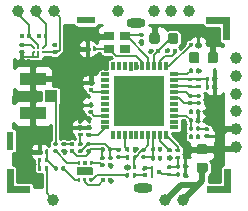
<source format=gbr>
%TF.GenerationSoftware,KiCad,Pcbnew,(5.1.6-0-10_14)*%
%TF.CreationDate,2020-10-31T13:09:24+09:00*%
%TF.ProjectId,RF920A,52463932-3041-42e6-9b69-6361645f7063,rev?*%
%TF.SameCoordinates,Original*%
%TF.FileFunction,Copper,L1,Top*%
%TF.FilePolarity,Positive*%
%FSLAX46Y46*%
G04 Gerber Fmt 4.6, Leading zero omitted, Abs format (unit mm)*
G04 Created by KiCad (PCBNEW (5.1.6-0-10_14)) date 2020-10-31 13:09:24*
%MOMM*%
%LPD*%
G01*
G04 APERTURE LIST*
%TA.AperFunction,WasherPad*%
%ADD10O,1.600000X0.800000*%
%TD*%
%TA.AperFunction,SMDPad,CuDef*%
%ADD11R,0.600000X1.500000*%
%TD*%
%TA.AperFunction,SMDPad,CuDef*%
%ADD12R,1.500000X0.600000*%
%TD*%
%TA.AperFunction,SMDPad,CuDef*%
%ADD13C,0.100000*%
%TD*%
%TA.AperFunction,SMDPad,CuDef*%
%ADD14R,0.700000X0.300000*%
%TD*%
%TA.AperFunction,SMDPad,CuDef*%
%ADD15R,0.300000X0.700000*%
%TD*%
%TA.AperFunction,SMDPad,CuDef*%
%ADD16R,4.200000X4.200000*%
%TD*%
%TA.AperFunction,SMDPad,CuDef*%
%ADD17R,2.200000X1.050000*%
%TD*%
%TA.AperFunction,SMDPad,CuDef*%
%ADD18R,1.050000X1.000000*%
%TD*%
%TA.AperFunction,SMDPad,CuDef*%
%ADD19R,0.850000X0.750000*%
%TD*%
%TA.AperFunction,SMDPad,CuDef*%
%ADD20C,0.250000*%
%TD*%
%TA.AperFunction,SMDPad,CuDef*%
%ADD21R,0.250000X0.425000*%
%TD*%
%TA.AperFunction,SMDPad,CuDef*%
%ADD22R,0.425000X0.325000*%
%TD*%
%TA.AperFunction,ComponentPad*%
%ADD23C,1.000000*%
%TD*%
%TA.AperFunction,ViaPad*%
%ADD24C,0.400000*%
%TD*%
%TA.AperFunction,Conductor*%
%ADD25C,0.200000*%
%TD*%
%TA.AperFunction,Conductor*%
%ADD26C,0.500000*%
%TD*%
%TA.AperFunction,Conductor*%
%ADD27C,0.150000*%
%TD*%
%TA.AperFunction,Conductor*%
%ADD28C,0.254000*%
%TD*%
G04 APERTURE END LIST*
%TO.P,R9,2*%
%TO.N,Net-(C28-Pad1)*%
%TA.AperFunction,SMDPad,CuDef*%
G36*
G01*
X166600000Y-102065000D02*
X166600000Y-101815000D01*
G75*
G02*
X166675000Y-101740000I75000J0D01*
G01*
X166825000Y-101740000D01*
G75*
G02*
X166900000Y-101815000I0J-75000D01*
G01*
X166900000Y-102065000D01*
G75*
G02*
X166825000Y-102140000I-75000J0D01*
G01*
X166675000Y-102140000D01*
G75*
G02*
X166600000Y-102065000I0J75000D01*
G01*
G37*
%TD.AperFunction*%
%TO.P,R9,1*%
%TO.N,Net-(C26-Pad1)*%
%TA.AperFunction,SMDPad,CuDef*%
G36*
G01*
X166000000Y-102065000D02*
X166000000Y-101815000D01*
G75*
G02*
X166075000Y-101740000I75000J0D01*
G01*
X166225000Y-101740000D01*
G75*
G02*
X166300000Y-101815000I0J-75000D01*
G01*
X166300000Y-102065000D01*
G75*
G02*
X166225000Y-102140000I-75000J0D01*
G01*
X166075000Y-102140000D01*
G75*
G02*
X166000000Y-102065000I0J75000D01*
G01*
G37*
%TD.AperFunction*%
%TD*%
%TO.P,R8,2*%
%TO.N,GND*%
%TA.AperFunction,SMDPad,CuDef*%
G36*
G01*
X168000000Y-98565000D02*
X168000000Y-98315000D01*
G75*
G02*
X168075000Y-98240000I75000J0D01*
G01*
X168225000Y-98240000D01*
G75*
G02*
X168300000Y-98315000I0J-75000D01*
G01*
X168300000Y-98565000D01*
G75*
G02*
X168225000Y-98640000I-75000J0D01*
G01*
X168075000Y-98640000D01*
G75*
G02*
X168000000Y-98565000I0J75000D01*
G01*
G37*
%TD.AperFunction*%
%TO.P,R8,1*%
%TO.N,Net-(C19-Pad2)*%
%TA.AperFunction,SMDPad,CuDef*%
G36*
G01*
X167400000Y-98565000D02*
X167400000Y-98315000D01*
G75*
G02*
X167475000Y-98240000I75000J0D01*
G01*
X167625000Y-98240000D01*
G75*
G02*
X167700000Y-98315000I0J-75000D01*
G01*
X167700000Y-98565000D01*
G75*
G02*
X167625000Y-98640000I-75000J0D01*
G01*
X167475000Y-98640000D01*
G75*
G02*
X167400000Y-98565000I0J75000D01*
G01*
G37*
%TD.AperFunction*%
%TD*%
%TO.P,R7,2*%
%TO.N,+3V3*%
%TA.AperFunction,SMDPad,CuDef*%
G36*
G01*
X152020000Y-93975000D02*
X152020000Y-94225000D01*
G75*
G02*
X151945000Y-94300000I-75000J0D01*
G01*
X151795000Y-94300000D01*
G75*
G02*
X151720000Y-94225000I0J75000D01*
G01*
X151720000Y-93975000D01*
G75*
G02*
X151795000Y-93900000I75000J0D01*
G01*
X151945000Y-93900000D01*
G75*
G02*
X152020000Y-93975000I0J-75000D01*
G01*
G37*
%TD.AperFunction*%
%TO.P,R7,1*%
%TO.N,/WP*%
%TA.AperFunction,SMDPad,CuDef*%
G36*
G01*
X152620000Y-93975000D02*
X152620000Y-94225000D01*
G75*
G02*
X152545000Y-94300000I-75000J0D01*
G01*
X152395000Y-94300000D01*
G75*
G02*
X152320000Y-94225000I0J75000D01*
G01*
X152320000Y-93975000D01*
G75*
G02*
X152395000Y-93900000I75000J0D01*
G01*
X152545000Y-93900000D01*
G75*
G02*
X152620000Y-93975000I0J-75000D01*
G01*
G37*
%TD.AperFunction*%
%TD*%
%TO.P,R6,2*%
%TO.N,/SCL*%
%TA.AperFunction,SMDPad,CuDef*%
G36*
G01*
X153720000Y-94225000D02*
X153720000Y-93975000D01*
G75*
G02*
X153795000Y-93900000I75000J0D01*
G01*
X153945000Y-93900000D01*
G75*
G02*
X154020000Y-93975000I0J-75000D01*
G01*
X154020000Y-94225000D01*
G75*
G02*
X153945000Y-94300000I-75000J0D01*
G01*
X153795000Y-94300000D01*
G75*
G02*
X153720000Y-94225000I0J75000D01*
G01*
G37*
%TD.AperFunction*%
%TO.P,R6,1*%
%TO.N,+3V3*%
%TA.AperFunction,SMDPad,CuDef*%
G36*
G01*
X153120000Y-94225000D02*
X153120000Y-93975000D01*
G75*
G02*
X153195000Y-93900000I75000J0D01*
G01*
X153345000Y-93900000D01*
G75*
G02*
X153420000Y-93975000I0J-75000D01*
G01*
X153420000Y-94225000D01*
G75*
G02*
X153345000Y-94300000I-75000J0D01*
G01*
X153195000Y-94300000D01*
G75*
G02*
X153120000Y-94225000I0J75000D01*
G01*
G37*
%TD.AperFunction*%
%TD*%
%TO.P,R5,2*%
%TO.N,/SDA*%
%TA.AperFunction,SMDPad,CuDef*%
G36*
G01*
X154495000Y-95340000D02*
X154745000Y-95340000D01*
G75*
G02*
X154820000Y-95415000I0J-75000D01*
G01*
X154820000Y-95565000D01*
G75*
G02*
X154745000Y-95640000I-75000J0D01*
G01*
X154495000Y-95640000D01*
G75*
G02*
X154420000Y-95565000I0J75000D01*
G01*
X154420000Y-95415000D01*
G75*
G02*
X154495000Y-95340000I75000J0D01*
G01*
G37*
%TD.AperFunction*%
%TO.P,R5,1*%
%TO.N,+3V3*%
%TA.AperFunction,SMDPad,CuDef*%
G36*
G01*
X154495000Y-94740000D02*
X154745000Y-94740000D01*
G75*
G02*
X154820000Y-94815000I0J-75000D01*
G01*
X154820000Y-94965000D01*
G75*
G02*
X154745000Y-95040000I-75000J0D01*
G01*
X154495000Y-95040000D01*
G75*
G02*
X154420000Y-94965000I0J75000D01*
G01*
X154420000Y-94815000D01*
G75*
G02*
X154495000Y-94740000I75000J0D01*
G01*
G37*
%TD.AperFunction*%
%TD*%
%TO.P,L11,2*%
%TO.N,Net-(C47-Pad2)*%
%TA.AperFunction,SMDPad,CuDef*%
G36*
G01*
X153800000Y-104035000D02*
X153800000Y-103785000D01*
G75*
G02*
X153875000Y-103710000I75000J0D01*
G01*
X154025000Y-103710000D01*
G75*
G02*
X154100000Y-103785000I0J-75000D01*
G01*
X154100000Y-104035000D01*
G75*
G02*
X154025000Y-104110000I-75000J0D01*
G01*
X153875000Y-104110000D01*
G75*
G02*
X153800000Y-104035000I0J75000D01*
G01*
G37*
%TD.AperFunction*%
%TO.P,L11,1*%
%TO.N,GND*%
%TA.AperFunction,SMDPad,CuDef*%
G36*
G01*
X153200000Y-104035000D02*
X153200000Y-103785000D01*
G75*
G02*
X153275000Y-103710000I75000J0D01*
G01*
X153425000Y-103710000D01*
G75*
G02*
X153500000Y-103785000I0J-75000D01*
G01*
X153500000Y-104035000D01*
G75*
G02*
X153425000Y-104110000I-75000J0D01*
G01*
X153275000Y-104110000D01*
G75*
G02*
X153200000Y-104035000I0J75000D01*
G01*
G37*
%TD.AperFunction*%
%TD*%
%TO.P,L10,2*%
%TO.N,Net-(C47-Pad2)*%
%TA.AperFunction,SMDPad,CuDef*%
G36*
G01*
X153790000Y-104735000D02*
X153790000Y-104485000D01*
G75*
G02*
X153865000Y-104410000I75000J0D01*
G01*
X154015000Y-104410000D01*
G75*
G02*
X154090000Y-104485000I0J-75000D01*
G01*
X154090000Y-104735000D01*
G75*
G02*
X154015000Y-104810000I-75000J0D01*
G01*
X153865000Y-104810000D01*
G75*
G02*
X153790000Y-104735000I0J75000D01*
G01*
G37*
%TD.AperFunction*%
%TO.P,L10,1*%
%TO.N,Net-(L10-Pad1)*%
%TA.AperFunction,SMDPad,CuDef*%
G36*
G01*
X153190000Y-104735000D02*
X153190000Y-104485000D01*
G75*
G02*
X153265000Y-104410000I75000J0D01*
G01*
X153415000Y-104410000D01*
G75*
G02*
X153490000Y-104485000I0J-75000D01*
G01*
X153490000Y-104735000D01*
G75*
G02*
X153415000Y-104810000I-75000J0D01*
G01*
X153265000Y-104810000D01*
G75*
G02*
X153190000Y-104735000I0J75000D01*
G01*
G37*
%TD.AperFunction*%
%TD*%
%TO.P,L9,2*%
%TO.N,Net-(L10-Pad1)*%
%TA.AperFunction,SMDPad,CuDef*%
G36*
G01*
X153490000Y-105185000D02*
X153490000Y-105435000D01*
G75*
G02*
X153415000Y-105510000I-75000J0D01*
G01*
X153265000Y-105510000D01*
G75*
G02*
X153190000Y-105435000I0J75000D01*
G01*
X153190000Y-105185000D01*
G75*
G02*
X153265000Y-105110000I75000J0D01*
G01*
X153415000Y-105110000D01*
G75*
G02*
X153490000Y-105185000I0J-75000D01*
G01*
G37*
%TD.AperFunction*%
%TO.P,L9,1*%
%TO.N,Net-(J1-Pad1)*%
%TA.AperFunction,SMDPad,CuDef*%
G36*
G01*
X154090000Y-105185000D02*
X154090000Y-105435000D01*
G75*
G02*
X154015000Y-105510000I-75000J0D01*
G01*
X153865000Y-105510000D01*
G75*
G02*
X153790000Y-105435000I0J75000D01*
G01*
X153790000Y-105185000D01*
G75*
G02*
X153865000Y-105110000I75000J0D01*
G01*
X154015000Y-105110000D01*
G75*
G02*
X154090000Y-105185000I0J-75000D01*
G01*
G37*
%TD.AperFunction*%
%TD*%
%TO.P,L8,2*%
%TO.N,Net-(C43-Pad1)*%
%TA.AperFunction,SMDPad,CuDef*%
G36*
G01*
X156225000Y-103400000D02*
X155975000Y-103400000D01*
G75*
G02*
X155900000Y-103325000I0J75000D01*
G01*
X155900000Y-103175000D01*
G75*
G02*
X155975000Y-103100000I75000J0D01*
G01*
X156225000Y-103100000D01*
G75*
G02*
X156300000Y-103175000I0J-75000D01*
G01*
X156300000Y-103325000D01*
G75*
G02*
X156225000Y-103400000I-75000J0D01*
G01*
G37*
%TD.AperFunction*%
%TO.P,L8,1*%
%TO.N,Net-(C41-Pad1)*%
%TA.AperFunction,SMDPad,CuDef*%
G36*
G01*
X156225000Y-104000000D02*
X155975000Y-104000000D01*
G75*
G02*
X155900000Y-103925000I0J75000D01*
G01*
X155900000Y-103775000D01*
G75*
G02*
X155975000Y-103700000I75000J0D01*
G01*
X156225000Y-103700000D01*
G75*
G02*
X156300000Y-103775000I0J-75000D01*
G01*
X156300000Y-103925000D01*
G75*
G02*
X156225000Y-104000000I-75000J0D01*
G01*
G37*
%TD.AperFunction*%
%TD*%
%TO.P,L7,2*%
%TO.N,Net-(C39-Pad1)*%
%TA.AperFunction,SMDPad,CuDef*%
G36*
G01*
X157625000Y-103410000D02*
X157375000Y-103410000D01*
G75*
G02*
X157300000Y-103335000I0J75000D01*
G01*
X157300000Y-103185000D01*
G75*
G02*
X157375000Y-103110000I75000J0D01*
G01*
X157625000Y-103110000D01*
G75*
G02*
X157700000Y-103185000I0J-75000D01*
G01*
X157700000Y-103335000D01*
G75*
G02*
X157625000Y-103410000I-75000J0D01*
G01*
G37*
%TD.AperFunction*%
%TO.P,L7,1*%
%TO.N,Net-(C41-Pad1)*%
%TA.AperFunction,SMDPad,CuDef*%
G36*
G01*
X157625000Y-104010000D02*
X157375000Y-104010000D01*
G75*
G02*
X157300000Y-103935000I0J75000D01*
G01*
X157300000Y-103785000D01*
G75*
G02*
X157375000Y-103710000I75000J0D01*
G01*
X157625000Y-103710000D01*
G75*
G02*
X157700000Y-103785000I0J-75000D01*
G01*
X157700000Y-103935000D01*
G75*
G02*
X157625000Y-104010000I-75000J0D01*
G01*
G37*
%TD.AperFunction*%
%TD*%
%TO.P,L6,2*%
%TO.N,Net-(C40-Pad1)*%
%TA.AperFunction,SMDPad,CuDef*%
G36*
G01*
X156925000Y-103410000D02*
X156675000Y-103410000D01*
G75*
G02*
X156600000Y-103335000I0J75000D01*
G01*
X156600000Y-103185000D01*
G75*
G02*
X156675000Y-103110000I75000J0D01*
G01*
X156925000Y-103110000D01*
G75*
G02*
X157000000Y-103185000I0J-75000D01*
G01*
X157000000Y-103335000D01*
G75*
G02*
X156925000Y-103410000I-75000J0D01*
G01*
G37*
%TD.AperFunction*%
%TO.P,L6,1*%
%TO.N,Net-(C39-Pad1)*%
%TA.AperFunction,SMDPad,CuDef*%
G36*
G01*
X156925000Y-104010000D02*
X156675000Y-104010000D01*
G75*
G02*
X156600000Y-103935000I0J75000D01*
G01*
X156600000Y-103785000D01*
G75*
G02*
X156675000Y-103710000I75000J0D01*
G01*
X156925000Y-103710000D01*
G75*
G02*
X157000000Y-103785000I0J-75000D01*
G01*
X157000000Y-103935000D01*
G75*
G02*
X156925000Y-104010000I-75000J0D01*
G01*
G37*
%TD.AperFunction*%
%TD*%
%TO.P,L5,2*%
%TO.N,Net-(C35-Pad2)*%
%TA.AperFunction,SMDPad,CuDef*%
G36*
G01*
X159925000Y-104200000D02*
X160175000Y-104200000D01*
G75*
G02*
X160250000Y-104275000I0J-75000D01*
G01*
X160250000Y-104425000D01*
G75*
G02*
X160175000Y-104500000I-75000J0D01*
G01*
X159925000Y-104500000D01*
G75*
G02*
X159850000Y-104425000I0J75000D01*
G01*
X159850000Y-104275000D01*
G75*
G02*
X159925000Y-104200000I75000J0D01*
G01*
G37*
%TD.AperFunction*%
%TO.P,L5,1*%
%TO.N,Net-(C39-Pad1)*%
%TA.AperFunction,SMDPad,CuDef*%
G36*
G01*
X159925000Y-103600000D02*
X160175000Y-103600000D01*
G75*
G02*
X160250000Y-103675000I0J-75000D01*
G01*
X160250000Y-103825000D01*
G75*
G02*
X160175000Y-103900000I-75000J0D01*
G01*
X159925000Y-103900000D01*
G75*
G02*
X159850000Y-103825000I0J75000D01*
G01*
X159850000Y-103675000D01*
G75*
G02*
X159925000Y-103600000I75000J0D01*
G01*
G37*
%TD.AperFunction*%
%TD*%
%TO.P,L4,2*%
%TO.N,GND*%
%TA.AperFunction,SMDPad,CuDef*%
G36*
G01*
X165520000Y-105975000D02*
X165520000Y-105725000D01*
G75*
G02*
X165595000Y-105650000I75000J0D01*
G01*
X165745000Y-105650000D01*
G75*
G02*
X165820000Y-105725000I0J-75000D01*
G01*
X165820000Y-105975000D01*
G75*
G02*
X165745000Y-106050000I-75000J0D01*
G01*
X165595000Y-106050000D01*
G75*
G02*
X165520000Y-105975000I0J75000D01*
G01*
G37*
%TD.AperFunction*%
%TO.P,L4,1*%
%TO.N,Net-(C36-Pad2)*%
%TA.AperFunction,SMDPad,CuDef*%
G36*
G01*
X164920000Y-105975000D02*
X164920000Y-105725000D01*
G75*
G02*
X164995000Y-105650000I75000J0D01*
G01*
X165145000Y-105650000D01*
G75*
G02*
X165220000Y-105725000I0J-75000D01*
G01*
X165220000Y-105975000D01*
G75*
G02*
X165145000Y-106050000I-75000J0D01*
G01*
X164995000Y-106050000D01*
G75*
G02*
X164920000Y-105975000I0J75000D01*
G01*
G37*
%TD.AperFunction*%
%TD*%
%TO.P,L3,2*%
%TO.N,GND*%
%TA.AperFunction,SMDPad,CuDef*%
G36*
G01*
X165520000Y-105275000D02*
X165520000Y-105025000D01*
G75*
G02*
X165595000Y-104950000I75000J0D01*
G01*
X165745000Y-104950000D01*
G75*
G02*
X165820000Y-105025000I0J-75000D01*
G01*
X165820000Y-105275000D01*
G75*
G02*
X165745000Y-105350000I-75000J0D01*
G01*
X165595000Y-105350000D01*
G75*
G02*
X165520000Y-105275000I0J75000D01*
G01*
G37*
%TD.AperFunction*%
%TO.P,L3,1*%
%TO.N,Net-(C34-Pad2)*%
%TA.AperFunction,SMDPad,CuDef*%
G36*
G01*
X164920000Y-105275000D02*
X164920000Y-105025000D01*
G75*
G02*
X164995000Y-104950000I75000J0D01*
G01*
X165145000Y-104950000D01*
G75*
G02*
X165220000Y-105025000I0J-75000D01*
G01*
X165220000Y-105275000D01*
G75*
G02*
X165145000Y-105350000I-75000J0D01*
G01*
X164995000Y-105350000D01*
G75*
G02*
X164920000Y-105275000I0J75000D01*
G01*
G37*
%TD.AperFunction*%
%TD*%
%TO.P,L2,2*%
%TO.N,Net-(C37-Pad1)*%
%TA.AperFunction,SMDPad,CuDef*%
G36*
G01*
X162035000Y-104200000D02*
X162285000Y-104200000D01*
G75*
G02*
X162360000Y-104275000I0J-75000D01*
G01*
X162360000Y-104425000D01*
G75*
G02*
X162285000Y-104500000I-75000J0D01*
G01*
X162035000Y-104500000D01*
G75*
G02*
X161960000Y-104425000I0J75000D01*
G01*
X161960000Y-104275000D01*
G75*
G02*
X162035000Y-104200000I75000J0D01*
G01*
G37*
%TD.AperFunction*%
%TO.P,L2,1*%
%TO.N,Net-(C33-Pad1)*%
%TA.AperFunction,SMDPad,CuDef*%
G36*
G01*
X162035000Y-103600000D02*
X162285000Y-103600000D01*
G75*
G02*
X162360000Y-103675000I0J-75000D01*
G01*
X162360000Y-103825000D01*
G75*
G02*
X162285000Y-103900000I-75000J0D01*
G01*
X162035000Y-103900000D01*
G75*
G02*
X161960000Y-103825000I0J75000D01*
G01*
X161960000Y-103675000D01*
G75*
G02*
X162035000Y-103600000I75000J0D01*
G01*
G37*
%TD.AperFunction*%
%TD*%
%TO.P,L1,2*%
%TO.N,Net-(C23-Pad2)*%
%TA.AperFunction,SMDPad,CuDef*%
G36*
G01*
X166225000Y-99330000D02*
X165975000Y-99330000D01*
G75*
G02*
X165900000Y-99255000I0J75000D01*
G01*
X165900000Y-99105000D01*
G75*
G02*
X165975000Y-99030000I75000J0D01*
G01*
X166225000Y-99030000D01*
G75*
G02*
X166300000Y-99105000I0J-75000D01*
G01*
X166300000Y-99255000D01*
G75*
G02*
X166225000Y-99330000I-75000J0D01*
G01*
G37*
%TD.AperFunction*%
%TO.P,L1,1*%
%TO.N,Net-(C23-Pad1)*%
%TA.AperFunction,SMDPad,CuDef*%
G36*
G01*
X166225000Y-99930000D02*
X165975000Y-99930000D01*
G75*
G02*
X165900000Y-99855000I0J75000D01*
G01*
X165900000Y-99705000D01*
G75*
G02*
X165975000Y-99630000I75000J0D01*
G01*
X166225000Y-99630000D01*
G75*
G02*
X166300000Y-99705000I0J-75000D01*
G01*
X166300000Y-99855000D01*
G75*
G02*
X166225000Y-99930000I-75000J0D01*
G01*
G37*
%TD.AperFunction*%
%TD*%
%TO.P,C1,2*%
%TO.N,+3.3VA*%
%TA.AperFunction,SMDPad,CuDef*%
G36*
G01*
X166863750Y-104830000D02*
X167376250Y-104830000D01*
G75*
G02*
X167595000Y-105048750I0J-218750D01*
G01*
X167595000Y-105486250D01*
G75*
G02*
X167376250Y-105705000I-218750J0D01*
G01*
X166863750Y-105705000D01*
G75*
G02*
X166645000Y-105486250I0J218750D01*
G01*
X166645000Y-105048750D01*
G75*
G02*
X166863750Y-104830000I218750J0D01*
G01*
G37*
%TD.AperFunction*%
%TO.P,C1,1*%
%TO.N,GND*%
%TA.AperFunction,SMDPad,CuDef*%
G36*
G01*
X166863750Y-103255000D02*
X167376250Y-103255000D01*
G75*
G02*
X167595000Y-103473750I0J-218750D01*
G01*
X167595000Y-103911250D01*
G75*
G02*
X167376250Y-104130000I-218750J0D01*
G01*
X166863750Y-104130000D01*
G75*
G02*
X166645000Y-103911250I0J218750D01*
G01*
X166645000Y-103473750D01*
G75*
G02*
X166863750Y-103255000I218750J0D01*
G01*
G37*
%TD.AperFunction*%
%TD*%
D10*
%TO.P,U7,*%
%TO.N,*%
X162125000Y-106970000D03*
D11*
%TO.P,U7,1*%
%TO.N,Net-(U7-Pad1)*%
X150850000Y-102970000D03*
D12*
%TO.P,U7,2*%
%TO.N,Net-(U7-Pad2)*%
X157300000Y-92770000D03*
%TA.AperFunction,SMDPad,CuDef*%
D13*
%TO.P,U7,3*%
%TO.N,Net-(U7-Pad3)*%
G36*
X167550000Y-106770000D02*
G01*
X168950000Y-106770000D01*
X168950000Y-105370000D01*
X169550000Y-105370000D01*
X169550000Y-107370000D01*
X167550000Y-107370000D01*
X167550000Y-106770000D01*
G37*
%TD.AperFunction*%
%TA.AperFunction,SMDPad,CuDef*%
%TO.P,U7,4*%
%TO.N,Net-(U7-Pad4)*%
G36*
X168850000Y-94470000D02*
G01*
X168850000Y-93070000D01*
X167450000Y-93070000D01*
X167450000Y-92470000D01*
X169450000Y-92470000D01*
X169450000Y-94470000D01*
X168850000Y-94470000D01*
G37*
%TD.AperFunction*%
D10*
%TO.P,U7,*%
%TO.N,*%
X161550000Y-92970000D03*
%TA.AperFunction,SMDPad,CuDef*%
D13*
%TO.P,U7,5*%
%TO.N,Net-(U7-Pad5)*%
G36*
X151150000Y-105370000D02*
G01*
X151150000Y-106770000D01*
X152550000Y-106770000D01*
X152550000Y-107370000D01*
X150550000Y-107370000D01*
X150550000Y-105370000D01*
X151150000Y-105370000D01*
G37*
%TD.AperFunction*%
%TD*%
%TO.P,C48,2*%
%TO.N,Net-(C48-Pad2)*%
%TA.AperFunction,SMDPad,CuDef*%
G36*
G01*
X154575000Y-103700000D02*
X154825000Y-103700000D01*
G75*
G02*
X154900000Y-103775000I0J-75000D01*
G01*
X154900000Y-103925000D01*
G75*
G02*
X154825000Y-104000000I-75000J0D01*
G01*
X154575000Y-104000000D01*
G75*
G02*
X154500000Y-103925000I0J75000D01*
G01*
X154500000Y-103775000D01*
G75*
G02*
X154575000Y-103700000I75000J0D01*
G01*
G37*
%TD.AperFunction*%
%TO.P,C48,1*%
%TO.N,Net-(C48-Pad1)*%
%TA.AperFunction,SMDPad,CuDef*%
G36*
G01*
X154575000Y-103100000D02*
X154825000Y-103100000D01*
G75*
G02*
X154900000Y-103175000I0J-75000D01*
G01*
X154900000Y-103325000D01*
G75*
G02*
X154825000Y-103400000I-75000J0D01*
G01*
X154575000Y-103400000D01*
G75*
G02*
X154500000Y-103325000I0J75000D01*
G01*
X154500000Y-103175000D01*
G75*
G02*
X154575000Y-103100000I75000J0D01*
G01*
G37*
%TD.AperFunction*%
%TD*%
%TO.P,C47,2*%
%TO.N,Net-(C47-Pad2)*%
%TA.AperFunction,SMDPad,CuDef*%
G36*
G01*
X154890000Y-105185000D02*
X154890000Y-105435000D01*
G75*
G02*
X154815000Y-105510000I-75000J0D01*
G01*
X154665000Y-105510000D01*
G75*
G02*
X154590000Y-105435000I0J75000D01*
G01*
X154590000Y-105185000D01*
G75*
G02*
X154665000Y-105110000I75000J0D01*
G01*
X154815000Y-105110000D01*
G75*
G02*
X154890000Y-105185000I0J-75000D01*
G01*
G37*
%TD.AperFunction*%
%TO.P,C47,1*%
%TO.N,Net-(C47-Pad1)*%
%TA.AperFunction,SMDPad,CuDef*%
G36*
G01*
X155490000Y-105185000D02*
X155490000Y-105435000D01*
G75*
G02*
X155415000Y-105510000I-75000J0D01*
G01*
X155265000Y-105510000D01*
G75*
G02*
X155190000Y-105435000I0J75000D01*
G01*
X155190000Y-105185000D01*
G75*
G02*
X155265000Y-105110000I75000J0D01*
G01*
X155415000Y-105110000D01*
G75*
G02*
X155490000Y-105185000I0J-75000D01*
G01*
G37*
%TD.AperFunction*%
%TD*%
%TO.P,C46,2*%
%TO.N,Net-(C46-Pad2)*%
%TA.AperFunction,SMDPad,CuDef*%
G36*
G01*
X157375000Y-102300000D02*
X157625000Y-102300000D01*
G75*
G02*
X157700000Y-102375000I0J-75000D01*
G01*
X157700000Y-102525000D01*
G75*
G02*
X157625000Y-102600000I-75000J0D01*
G01*
X157375000Y-102600000D01*
G75*
G02*
X157300000Y-102525000I0J75000D01*
G01*
X157300000Y-102375000D01*
G75*
G02*
X157375000Y-102300000I75000J0D01*
G01*
G37*
%TD.AperFunction*%
%TO.P,C46,1*%
%TO.N,GND*%
%TA.AperFunction,SMDPad,CuDef*%
G36*
G01*
X157375000Y-101700000D02*
X157625000Y-101700000D01*
G75*
G02*
X157700000Y-101775000I0J-75000D01*
G01*
X157700000Y-101925000D01*
G75*
G02*
X157625000Y-102000000I-75000J0D01*
G01*
X157375000Y-102000000D01*
G75*
G02*
X157300000Y-101925000I0J75000D01*
G01*
X157300000Y-101775000D01*
G75*
G02*
X157375000Y-101700000I75000J0D01*
G01*
G37*
%TD.AperFunction*%
%TD*%
%TO.P,C45,2*%
%TO.N,GND*%
%TA.AperFunction,SMDPad,CuDef*%
G36*
G01*
X159200000Y-106415000D02*
X159200000Y-106165000D01*
G75*
G02*
X159275000Y-106090000I75000J0D01*
G01*
X159425000Y-106090000D01*
G75*
G02*
X159500000Y-106165000I0J-75000D01*
G01*
X159500000Y-106415000D01*
G75*
G02*
X159425000Y-106490000I-75000J0D01*
G01*
X159275000Y-106490000D01*
G75*
G02*
X159200000Y-106415000I0J75000D01*
G01*
G37*
%TD.AperFunction*%
%TO.P,C45,1*%
%TO.N,Net-(C45-Pad1)*%
%TA.AperFunction,SMDPad,CuDef*%
G36*
G01*
X158600000Y-106415000D02*
X158600000Y-106165000D01*
G75*
G02*
X158675000Y-106090000I75000J0D01*
G01*
X158825000Y-106090000D01*
G75*
G02*
X158900000Y-106165000I0J-75000D01*
G01*
X158900000Y-106415000D01*
G75*
G02*
X158825000Y-106490000I-75000J0D01*
G01*
X158675000Y-106490000D01*
G75*
G02*
X158600000Y-106415000I0J75000D01*
G01*
G37*
%TD.AperFunction*%
%TD*%
%TO.P,C44,2*%
%TO.N,Net-(C44-Pad2)*%
%TA.AperFunction,SMDPad,CuDef*%
G36*
G01*
X158525000Y-104900000D02*
X158775000Y-104900000D01*
G75*
G02*
X158850000Y-104975000I0J-75000D01*
G01*
X158850000Y-105125000D01*
G75*
G02*
X158775000Y-105200000I-75000J0D01*
G01*
X158525000Y-105200000D01*
G75*
G02*
X158450000Y-105125000I0J75000D01*
G01*
X158450000Y-104975000D01*
G75*
G02*
X158525000Y-104900000I75000J0D01*
G01*
G37*
%TD.AperFunction*%
%TO.P,C44,1*%
%TO.N,Net-(C41-Pad1)*%
%TA.AperFunction,SMDPad,CuDef*%
G36*
G01*
X158525000Y-104300000D02*
X158775000Y-104300000D01*
G75*
G02*
X158850000Y-104375000I0J-75000D01*
G01*
X158850000Y-104525000D01*
G75*
G02*
X158775000Y-104600000I-75000J0D01*
G01*
X158525000Y-104600000D01*
G75*
G02*
X158450000Y-104525000I0J75000D01*
G01*
X158450000Y-104375000D01*
G75*
G02*
X158525000Y-104300000I75000J0D01*
G01*
G37*
%TD.AperFunction*%
%TD*%
%TO.P,C43,2*%
%TO.N,GND*%
%TA.AperFunction,SMDPad,CuDef*%
G36*
G01*
X155275000Y-103700000D02*
X155525000Y-103700000D01*
G75*
G02*
X155600000Y-103775000I0J-75000D01*
G01*
X155600000Y-103925000D01*
G75*
G02*
X155525000Y-104000000I-75000J0D01*
G01*
X155275000Y-104000000D01*
G75*
G02*
X155200000Y-103925000I0J75000D01*
G01*
X155200000Y-103775000D01*
G75*
G02*
X155275000Y-103700000I75000J0D01*
G01*
G37*
%TD.AperFunction*%
%TO.P,C43,1*%
%TO.N,Net-(C43-Pad1)*%
%TA.AperFunction,SMDPad,CuDef*%
G36*
G01*
X155275000Y-103100000D02*
X155525000Y-103100000D01*
G75*
G02*
X155600000Y-103175000I0J-75000D01*
G01*
X155600000Y-103325000D01*
G75*
G02*
X155525000Y-103400000I-75000J0D01*
G01*
X155275000Y-103400000D01*
G75*
G02*
X155200000Y-103325000I0J75000D01*
G01*
X155200000Y-103175000D01*
G75*
G02*
X155275000Y-103100000I75000J0D01*
G01*
G37*
%TD.AperFunction*%
%TD*%
%TO.P,C42,2*%
%TO.N,Net-(C42-Pad2)*%
%TA.AperFunction,SMDPad,CuDef*%
G36*
G01*
X160920000Y-105775000D02*
X160920000Y-106025000D01*
G75*
G02*
X160845000Y-106100000I-75000J0D01*
G01*
X160695000Y-106100000D01*
G75*
G02*
X160620000Y-106025000I0J75000D01*
G01*
X160620000Y-105775000D01*
G75*
G02*
X160695000Y-105700000I75000J0D01*
G01*
X160845000Y-105700000D01*
G75*
G02*
X160920000Y-105775000I0J-75000D01*
G01*
G37*
%TD.AperFunction*%
%TO.P,C42,1*%
%TO.N,Net-(C42-Pad1)*%
%TA.AperFunction,SMDPad,CuDef*%
G36*
G01*
X161520000Y-105775000D02*
X161520000Y-106025000D01*
G75*
G02*
X161445000Y-106100000I-75000J0D01*
G01*
X161295000Y-106100000D01*
G75*
G02*
X161220000Y-106025000I0J75000D01*
G01*
X161220000Y-105775000D01*
G75*
G02*
X161295000Y-105700000I75000J0D01*
G01*
X161445000Y-105700000D01*
G75*
G02*
X161520000Y-105775000I0J-75000D01*
G01*
G37*
%TD.AperFunction*%
%TD*%
%TO.P,C41,2*%
%TO.N,Net-(C39-Pad1)*%
%TA.AperFunction,SMDPad,CuDef*%
G36*
G01*
X159150000Y-103825000D02*
X159150000Y-103575000D01*
G75*
G02*
X159225000Y-103500000I75000J0D01*
G01*
X159375000Y-103500000D01*
G75*
G02*
X159450000Y-103575000I0J-75000D01*
G01*
X159450000Y-103825000D01*
G75*
G02*
X159375000Y-103900000I-75000J0D01*
G01*
X159225000Y-103900000D01*
G75*
G02*
X159150000Y-103825000I0J75000D01*
G01*
G37*
%TD.AperFunction*%
%TO.P,C41,1*%
%TO.N,Net-(C41-Pad1)*%
%TA.AperFunction,SMDPad,CuDef*%
G36*
G01*
X158550000Y-103825000D02*
X158550000Y-103575000D01*
G75*
G02*
X158625000Y-103500000I75000J0D01*
G01*
X158775000Y-103500000D01*
G75*
G02*
X158850000Y-103575000I0J-75000D01*
G01*
X158850000Y-103825000D01*
G75*
G02*
X158775000Y-103900000I-75000J0D01*
G01*
X158625000Y-103900000D01*
G75*
G02*
X158550000Y-103825000I0J75000D01*
G01*
G37*
%TD.AperFunction*%
%TD*%
%TO.P,C40,2*%
%TO.N,GND*%
%TA.AperFunction,SMDPad,CuDef*%
G36*
G01*
X156925000Y-102000000D02*
X156675000Y-102000000D01*
G75*
G02*
X156600000Y-101925000I0J75000D01*
G01*
X156600000Y-101775000D01*
G75*
G02*
X156675000Y-101700000I75000J0D01*
G01*
X156925000Y-101700000D01*
G75*
G02*
X157000000Y-101775000I0J-75000D01*
G01*
X157000000Y-101925000D01*
G75*
G02*
X156925000Y-102000000I-75000J0D01*
G01*
G37*
%TD.AperFunction*%
%TO.P,C40,1*%
%TO.N,Net-(C40-Pad1)*%
%TA.AperFunction,SMDPad,CuDef*%
G36*
G01*
X156925000Y-102600000D02*
X156675000Y-102600000D01*
G75*
G02*
X156600000Y-102525000I0J75000D01*
G01*
X156600000Y-102375000D01*
G75*
G02*
X156675000Y-102300000I75000J0D01*
G01*
X156925000Y-102300000D01*
G75*
G02*
X157000000Y-102375000I0J-75000D01*
G01*
X157000000Y-102525000D01*
G75*
G02*
X156925000Y-102600000I-75000J0D01*
G01*
G37*
%TD.AperFunction*%
%TD*%
%TO.P,C39,2*%
%TO.N,GND*%
%TA.AperFunction,SMDPad,CuDef*%
G36*
G01*
X159225000Y-104900000D02*
X159475000Y-104900000D01*
G75*
G02*
X159550000Y-104975000I0J-75000D01*
G01*
X159550000Y-105125000D01*
G75*
G02*
X159475000Y-105200000I-75000J0D01*
G01*
X159225000Y-105200000D01*
G75*
G02*
X159150000Y-105125000I0J75000D01*
G01*
X159150000Y-104975000D01*
G75*
G02*
X159225000Y-104900000I75000J0D01*
G01*
G37*
%TD.AperFunction*%
%TO.P,C39,1*%
%TO.N,Net-(C39-Pad1)*%
%TA.AperFunction,SMDPad,CuDef*%
G36*
G01*
X159225000Y-104300000D02*
X159475000Y-104300000D01*
G75*
G02*
X159550000Y-104375000I0J-75000D01*
G01*
X159550000Y-104525000D01*
G75*
G02*
X159475000Y-104600000I-75000J0D01*
G01*
X159225000Y-104600000D01*
G75*
G02*
X159150000Y-104525000I0J75000D01*
G01*
X159150000Y-104375000D01*
G75*
G02*
X159225000Y-104300000I75000J0D01*
G01*
G37*
%TD.AperFunction*%
%TD*%
%TO.P,C38,2*%
%TO.N,Net-(C37-Pad1)*%
%TA.AperFunction,SMDPad,CuDef*%
G36*
G01*
X163120000Y-103575000D02*
X163120000Y-103825000D01*
G75*
G02*
X163045000Y-103900000I-75000J0D01*
G01*
X162895000Y-103900000D01*
G75*
G02*
X162820000Y-103825000I0J75000D01*
G01*
X162820000Y-103575000D01*
G75*
G02*
X162895000Y-103500000I75000J0D01*
G01*
X163045000Y-103500000D01*
G75*
G02*
X163120000Y-103575000I0J-75000D01*
G01*
G37*
%TD.AperFunction*%
%TO.P,C38,1*%
%TO.N,GND*%
%TA.AperFunction,SMDPad,CuDef*%
G36*
G01*
X163720000Y-103575000D02*
X163720000Y-103825000D01*
G75*
G02*
X163645000Y-103900000I-75000J0D01*
G01*
X163495000Y-103900000D01*
G75*
G02*
X163420000Y-103825000I0J75000D01*
G01*
X163420000Y-103575000D01*
G75*
G02*
X163495000Y-103500000I75000J0D01*
G01*
X163645000Y-103500000D01*
G75*
G02*
X163720000Y-103575000I0J-75000D01*
G01*
G37*
%TD.AperFunction*%
%TD*%
%TO.P,C37,2*%
%TO.N,GND*%
%TA.AperFunction,SMDPad,CuDef*%
G36*
G01*
X163420000Y-104575000D02*
X163420000Y-104325000D01*
G75*
G02*
X163495000Y-104250000I75000J0D01*
G01*
X163645000Y-104250000D01*
G75*
G02*
X163720000Y-104325000I0J-75000D01*
G01*
X163720000Y-104575000D01*
G75*
G02*
X163645000Y-104650000I-75000J0D01*
G01*
X163495000Y-104650000D01*
G75*
G02*
X163420000Y-104575000I0J75000D01*
G01*
G37*
%TD.AperFunction*%
%TO.P,C37,1*%
%TO.N,Net-(C37-Pad1)*%
%TA.AperFunction,SMDPad,CuDef*%
G36*
G01*
X162820000Y-104575000D02*
X162820000Y-104325000D01*
G75*
G02*
X162895000Y-104250000I75000J0D01*
G01*
X163045000Y-104250000D01*
G75*
G02*
X163120000Y-104325000I0J-75000D01*
G01*
X163120000Y-104575000D01*
G75*
G02*
X163045000Y-104650000I-75000J0D01*
G01*
X162895000Y-104650000D01*
G75*
G02*
X162820000Y-104575000I0J75000D01*
G01*
G37*
%TD.AperFunction*%
%TD*%
%TO.P,C36,2*%
%TO.N,Net-(C36-Pad2)*%
%TA.AperFunction,SMDPad,CuDef*%
G36*
G01*
X164191000Y-105670000D02*
X164441000Y-105670000D01*
G75*
G02*
X164516000Y-105745000I0J-75000D01*
G01*
X164516000Y-105895000D01*
G75*
G02*
X164441000Y-105970000I-75000J0D01*
G01*
X164191000Y-105970000D01*
G75*
G02*
X164116000Y-105895000I0J75000D01*
G01*
X164116000Y-105745000D01*
G75*
G02*
X164191000Y-105670000I75000J0D01*
G01*
G37*
%TD.AperFunction*%
%TO.P,C36,1*%
%TO.N,Net-(C34-Pad2)*%
%TA.AperFunction,SMDPad,CuDef*%
G36*
G01*
X164191000Y-105070000D02*
X164441000Y-105070000D01*
G75*
G02*
X164516000Y-105145000I0J-75000D01*
G01*
X164516000Y-105295000D01*
G75*
G02*
X164441000Y-105370000I-75000J0D01*
G01*
X164191000Y-105370000D01*
G75*
G02*
X164116000Y-105295000I0J75000D01*
G01*
X164116000Y-105145000D01*
G75*
G02*
X164191000Y-105070000I75000J0D01*
G01*
G37*
%TD.AperFunction*%
%TD*%
%TO.P,C35,2*%
%TO.N,Net-(C35-Pad2)*%
%TA.AperFunction,SMDPad,CuDef*%
G36*
G01*
X160955000Y-104275000D02*
X160955000Y-104525000D01*
G75*
G02*
X160880000Y-104600000I-75000J0D01*
G01*
X160730000Y-104600000D01*
G75*
G02*
X160655000Y-104525000I0J75000D01*
G01*
X160655000Y-104275000D01*
G75*
G02*
X160730000Y-104200000I75000J0D01*
G01*
X160880000Y-104200000D01*
G75*
G02*
X160955000Y-104275000I0J-75000D01*
G01*
G37*
%TD.AperFunction*%
%TO.P,C35,1*%
%TO.N,Net-(C33-Pad1)*%
%TA.AperFunction,SMDPad,CuDef*%
G36*
G01*
X161555000Y-104275000D02*
X161555000Y-104525000D01*
G75*
G02*
X161480000Y-104600000I-75000J0D01*
G01*
X161330000Y-104600000D01*
G75*
G02*
X161255000Y-104525000I0J75000D01*
G01*
X161255000Y-104275000D01*
G75*
G02*
X161330000Y-104200000I75000J0D01*
G01*
X161480000Y-104200000D01*
G75*
G02*
X161555000Y-104275000I0J-75000D01*
G01*
G37*
%TD.AperFunction*%
%TD*%
%TO.P,C34,2*%
%TO.N,Net-(C34-Pad2)*%
%TA.AperFunction,SMDPad,CuDef*%
G36*
G01*
X164925000Y-104250000D02*
X165175000Y-104250000D01*
G75*
G02*
X165250000Y-104325000I0J-75000D01*
G01*
X165250000Y-104475000D01*
G75*
G02*
X165175000Y-104550000I-75000J0D01*
G01*
X164925000Y-104550000D01*
G75*
G02*
X164850000Y-104475000I0J75000D01*
G01*
X164850000Y-104325000D01*
G75*
G02*
X164925000Y-104250000I75000J0D01*
G01*
G37*
%TD.AperFunction*%
%TO.P,C34,1*%
%TO.N,Net-(C34-Pad1)*%
%TA.AperFunction,SMDPad,CuDef*%
G36*
G01*
X164925000Y-103650000D02*
X165175000Y-103650000D01*
G75*
G02*
X165250000Y-103725000I0J-75000D01*
G01*
X165250000Y-103875000D01*
G75*
G02*
X165175000Y-103950000I-75000J0D01*
G01*
X164925000Y-103950000D01*
G75*
G02*
X164850000Y-103875000I0J75000D01*
G01*
X164850000Y-103725000D01*
G75*
G02*
X164925000Y-103650000I75000J0D01*
G01*
G37*
%TD.AperFunction*%
%TD*%
%TO.P,C33,2*%
%TO.N,GND*%
%TA.AperFunction,SMDPad,CuDef*%
G36*
G01*
X160920000Y-105075000D02*
X160920000Y-105325000D01*
G75*
G02*
X160845000Y-105400000I-75000J0D01*
G01*
X160695000Y-105400000D01*
G75*
G02*
X160620000Y-105325000I0J75000D01*
G01*
X160620000Y-105075000D01*
G75*
G02*
X160695000Y-105000000I75000J0D01*
G01*
X160845000Y-105000000D01*
G75*
G02*
X160920000Y-105075000I0J-75000D01*
G01*
G37*
%TD.AperFunction*%
%TO.P,C33,1*%
%TO.N,Net-(C33-Pad1)*%
%TA.AperFunction,SMDPad,CuDef*%
G36*
G01*
X161520000Y-105075000D02*
X161520000Y-105325000D01*
G75*
G02*
X161445000Y-105400000I-75000J0D01*
G01*
X161295000Y-105400000D01*
G75*
G02*
X161220000Y-105325000I0J75000D01*
G01*
X161220000Y-105075000D01*
G75*
G02*
X161295000Y-105000000I75000J0D01*
G01*
X161445000Y-105000000D01*
G75*
G02*
X161520000Y-105075000I0J-75000D01*
G01*
G37*
%TD.AperFunction*%
%TD*%
%TO.P,C32,2*%
%TO.N,/VDDCP*%
%TA.AperFunction,SMDPad,CuDef*%
G36*
G01*
X160960000Y-103575000D02*
X160960000Y-103825000D01*
G75*
G02*
X160885000Y-103900000I-75000J0D01*
G01*
X160735000Y-103900000D01*
G75*
G02*
X160660000Y-103825000I0J75000D01*
G01*
X160660000Y-103575000D01*
G75*
G02*
X160735000Y-103500000I75000J0D01*
G01*
X160885000Y-103500000D01*
G75*
G02*
X160960000Y-103575000I0J-75000D01*
G01*
G37*
%TD.AperFunction*%
%TO.P,C32,1*%
%TO.N,GND*%
%TA.AperFunction,SMDPad,CuDef*%
G36*
G01*
X161560000Y-103575000D02*
X161560000Y-103825000D01*
G75*
G02*
X161485000Y-103900000I-75000J0D01*
G01*
X161335000Y-103900000D01*
G75*
G02*
X161260000Y-103825000I0J75000D01*
G01*
X161260000Y-103575000D01*
G75*
G02*
X161335000Y-103500000I75000J0D01*
G01*
X161485000Y-103500000D01*
G75*
G02*
X161560000Y-103575000I0J-75000D01*
G01*
G37*
%TD.AperFunction*%
%TD*%
%TO.P,C31,2*%
%TO.N,GND*%
%TA.AperFunction,SMDPad,CuDef*%
G36*
G01*
X164225000Y-104250000D02*
X164475000Y-104250000D01*
G75*
G02*
X164550000Y-104325000I0J-75000D01*
G01*
X164550000Y-104475000D01*
G75*
G02*
X164475000Y-104550000I-75000J0D01*
G01*
X164225000Y-104550000D01*
G75*
G02*
X164150000Y-104475000I0J75000D01*
G01*
X164150000Y-104325000D01*
G75*
G02*
X164225000Y-104250000I75000J0D01*
G01*
G37*
%TD.AperFunction*%
%TO.P,C31,1*%
%TO.N,+3.3VA*%
%TA.AperFunction,SMDPad,CuDef*%
G36*
G01*
X164225000Y-103650000D02*
X164475000Y-103650000D01*
G75*
G02*
X164550000Y-103725000I0J-75000D01*
G01*
X164550000Y-103875000D01*
G75*
G02*
X164475000Y-103950000I-75000J0D01*
G01*
X164225000Y-103950000D01*
G75*
G02*
X164150000Y-103875000I0J75000D01*
G01*
X164150000Y-103725000D01*
G75*
G02*
X164225000Y-103650000I75000J0D01*
G01*
G37*
%TD.AperFunction*%
%TD*%
%TO.P,C29,2*%
%TO.N,/VDDCP*%
%TA.AperFunction,SMDPad,CuDef*%
G36*
G01*
X166300000Y-102515000D02*
X166300000Y-102765000D01*
G75*
G02*
X166225000Y-102840000I-75000J0D01*
G01*
X166075000Y-102840000D01*
G75*
G02*
X166000000Y-102765000I0J75000D01*
G01*
X166000000Y-102515000D01*
G75*
G02*
X166075000Y-102440000I75000J0D01*
G01*
X166225000Y-102440000D01*
G75*
G02*
X166300000Y-102515000I0J-75000D01*
G01*
G37*
%TD.AperFunction*%
%TO.P,C29,1*%
%TO.N,GND*%
%TA.AperFunction,SMDPad,CuDef*%
G36*
G01*
X166900000Y-102515000D02*
X166900000Y-102765000D01*
G75*
G02*
X166825000Y-102840000I-75000J0D01*
G01*
X166675000Y-102840000D01*
G75*
G02*
X166600000Y-102765000I0J75000D01*
G01*
X166600000Y-102515000D01*
G75*
G02*
X166675000Y-102440000I75000J0D01*
G01*
X166825000Y-102440000D01*
G75*
G02*
X166900000Y-102515000I0J-75000D01*
G01*
G37*
%TD.AperFunction*%
%TD*%
%TO.P,C28,2*%
%TO.N,GND*%
%TA.AperFunction,SMDPad,CuDef*%
G36*
G01*
X167375000Y-102440000D02*
X167625000Y-102440000D01*
G75*
G02*
X167700000Y-102515000I0J-75000D01*
G01*
X167700000Y-102665000D01*
G75*
G02*
X167625000Y-102740000I-75000J0D01*
G01*
X167375000Y-102740000D01*
G75*
G02*
X167300000Y-102665000I0J75000D01*
G01*
X167300000Y-102515000D01*
G75*
G02*
X167375000Y-102440000I75000J0D01*
G01*
G37*
%TD.AperFunction*%
%TO.P,C28,1*%
%TO.N,Net-(C28-Pad1)*%
%TA.AperFunction,SMDPad,CuDef*%
G36*
G01*
X167375000Y-101840000D02*
X167625000Y-101840000D01*
G75*
G02*
X167700000Y-101915000I0J-75000D01*
G01*
X167700000Y-102065000D01*
G75*
G02*
X167625000Y-102140000I-75000J0D01*
G01*
X167375000Y-102140000D01*
G75*
G02*
X167300000Y-102065000I0J75000D01*
G01*
X167300000Y-101915000D01*
G75*
G02*
X167375000Y-101840000I75000J0D01*
G01*
G37*
%TD.AperFunction*%
%TD*%
%TO.P,C26,2*%
%TO.N,GND*%
%TA.AperFunction,SMDPad,CuDef*%
G36*
G01*
X166600000Y-101355000D02*
X166600000Y-101105000D01*
G75*
G02*
X166675000Y-101030000I75000J0D01*
G01*
X166825000Y-101030000D01*
G75*
G02*
X166900000Y-101105000I0J-75000D01*
G01*
X166900000Y-101355000D01*
G75*
G02*
X166825000Y-101430000I-75000J0D01*
G01*
X166675000Y-101430000D01*
G75*
G02*
X166600000Y-101355000I0J75000D01*
G01*
G37*
%TD.AperFunction*%
%TO.P,C26,1*%
%TO.N,Net-(C26-Pad1)*%
%TA.AperFunction,SMDPad,CuDef*%
G36*
G01*
X166000000Y-101355000D02*
X166000000Y-101105000D01*
G75*
G02*
X166075000Y-101030000I75000J0D01*
G01*
X166225000Y-101030000D01*
G75*
G02*
X166300000Y-101105000I0J-75000D01*
G01*
X166300000Y-101355000D01*
G75*
G02*
X166225000Y-101430000I-75000J0D01*
G01*
X166075000Y-101430000D01*
G75*
G02*
X166000000Y-101355000I0J75000D01*
G01*
G37*
%TD.AperFunction*%
%TD*%
%TO.P,C25,2*%
%TO.N,+3V3*%
%TA.AperFunction,SMDPad,CuDef*%
G36*
G01*
X157545000Y-100390000D02*
X157795000Y-100390000D01*
G75*
G02*
X157870000Y-100465000I0J-75000D01*
G01*
X157870000Y-100615000D01*
G75*
G02*
X157795000Y-100690000I-75000J0D01*
G01*
X157545000Y-100690000D01*
G75*
G02*
X157470000Y-100615000I0J75000D01*
G01*
X157470000Y-100465000D01*
G75*
G02*
X157545000Y-100390000I75000J0D01*
G01*
G37*
%TD.AperFunction*%
%TO.P,C25,1*%
%TO.N,GND*%
%TA.AperFunction,SMDPad,CuDef*%
G36*
G01*
X157545000Y-99790000D02*
X157795000Y-99790000D01*
G75*
G02*
X157870000Y-99865000I0J-75000D01*
G01*
X157870000Y-100015000D01*
G75*
G02*
X157795000Y-100090000I-75000J0D01*
G01*
X157545000Y-100090000D01*
G75*
G02*
X157470000Y-100015000I0J75000D01*
G01*
X157470000Y-99865000D01*
G75*
G02*
X157545000Y-99790000I75000J0D01*
G01*
G37*
%TD.AperFunction*%
%TD*%
%TO.P,C24,2*%
%TO.N,GND*%
%TA.AperFunction,SMDPad,CuDef*%
G36*
G01*
X166600000Y-100655000D02*
X166600000Y-100405000D01*
G75*
G02*
X166675000Y-100330000I75000J0D01*
G01*
X166825000Y-100330000D01*
G75*
G02*
X166900000Y-100405000I0J-75000D01*
G01*
X166900000Y-100655000D01*
G75*
G02*
X166825000Y-100730000I-75000J0D01*
G01*
X166675000Y-100730000D01*
G75*
G02*
X166600000Y-100655000I0J75000D01*
G01*
G37*
%TD.AperFunction*%
%TO.P,C24,1*%
%TO.N,/VDDCP*%
%TA.AperFunction,SMDPad,CuDef*%
G36*
G01*
X166000000Y-100655000D02*
X166000000Y-100405000D01*
G75*
G02*
X166075000Y-100330000I75000J0D01*
G01*
X166225000Y-100330000D01*
G75*
G02*
X166300000Y-100405000I0J-75000D01*
G01*
X166300000Y-100655000D01*
G75*
G02*
X166225000Y-100730000I-75000J0D01*
G01*
X166075000Y-100730000D01*
G75*
G02*
X166000000Y-100655000I0J75000D01*
G01*
G37*
%TD.AperFunction*%
%TD*%
%TO.P,C23,2*%
%TO.N,Net-(C23-Pad2)*%
%TA.AperFunction,SMDPad,CuDef*%
G36*
G01*
X166925000Y-99330000D02*
X166675000Y-99330000D01*
G75*
G02*
X166600000Y-99255000I0J75000D01*
G01*
X166600000Y-99105000D01*
G75*
G02*
X166675000Y-99030000I75000J0D01*
G01*
X166925000Y-99030000D01*
G75*
G02*
X167000000Y-99105000I0J-75000D01*
G01*
X167000000Y-99255000D01*
G75*
G02*
X166925000Y-99330000I-75000J0D01*
G01*
G37*
%TD.AperFunction*%
%TO.P,C23,1*%
%TO.N,Net-(C23-Pad1)*%
%TA.AperFunction,SMDPad,CuDef*%
G36*
G01*
X166925000Y-99930000D02*
X166675000Y-99930000D01*
G75*
G02*
X166600000Y-99855000I0J75000D01*
G01*
X166600000Y-99705000D01*
G75*
G02*
X166675000Y-99630000I75000J0D01*
G01*
X166925000Y-99630000D01*
G75*
G02*
X167000000Y-99705000I0J-75000D01*
G01*
X167000000Y-99855000D01*
G75*
G02*
X166925000Y-99930000I-75000J0D01*
G01*
G37*
%TD.AperFunction*%
%TD*%
%TO.P,C22,2*%
%TO.N,+3V3*%
%TA.AperFunction,SMDPad,CuDef*%
G36*
G01*
X157575000Y-98510000D02*
X157825000Y-98510000D01*
G75*
G02*
X157900000Y-98585000I0J-75000D01*
G01*
X157900000Y-98735000D01*
G75*
G02*
X157825000Y-98810000I-75000J0D01*
G01*
X157575000Y-98810000D01*
G75*
G02*
X157500000Y-98735000I0J75000D01*
G01*
X157500000Y-98585000D01*
G75*
G02*
X157575000Y-98510000I75000J0D01*
G01*
G37*
%TD.AperFunction*%
%TO.P,C22,1*%
%TO.N,GND*%
%TA.AperFunction,SMDPad,CuDef*%
G36*
G01*
X157575000Y-97910000D02*
X157825000Y-97910000D01*
G75*
G02*
X157900000Y-97985000I0J-75000D01*
G01*
X157900000Y-98135000D01*
G75*
G02*
X157825000Y-98210000I-75000J0D01*
G01*
X157575000Y-98210000D01*
G75*
G02*
X157500000Y-98135000I0J75000D01*
G01*
X157500000Y-97985000D01*
G75*
G02*
X157575000Y-97910000I75000J0D01*
G01*
G37*
%TD.AperFunction*%
%TD*%
%TO.P,C21,2*%
%TO.N,Net-(C19-Pad2)*%
%TA.AperFunction,SMDPad,CuDef*%
G36*
G01*
X166925000Y-97930000D02*
X166675000Y-97930000D01*
G75*
G02*
X166600000Y-97855000I0J75000D01*
G01*
X166600000Y-97705000D01*
G75*
G02*
X166675000Y-97630000I75000J0D01*
G01*
X166925000Y-97630000D01*
G75*
G02*
X167000000Y-97705000I0J-75000D01*
G01*
X167000000Y-97855000D01*
G75*
G02*
X166925000Y-97930000I-75000J0D01*
G01*
G37*
%TD.AperFunction*%
%TO.P,C21,1*%
%TO.N,Net-(C20-Pad2)*%
%TA.AperFunction,SMDPad,CuDef*%
G36*
G01*
X166925000Y-98530000D02*
X166675000Y-98530000D01*
G75*
G02*
X166600000Y-98455000I0J75000D01*
G01*
X166600000Y-98305000D01*
G75*
G02*
X166675000Y-98230000I75000J0D01*
G01*
X166925000Y-98230000D01*
G75*
G02*
X167000000Y-98305000I0J-75000D01*
G01*
X167000000Y-98455000D01*
G75*
G02*
X166925000Y-98530000I-75000J0D01*
G01*
G37*
%TD.AperFunction*%
%TD*%
%TO.P,C20,2*%
%TO.N,Net-(C20-Pad2)*%
%TA.AperFunction,SMDPad,CuDef*%
G36*
G01*
X165975000Y-98230000D02*
X166225000Y-98230000D01*
G75*
G02*
X166300000Y-98305000I0J-75000D01*
G01*
X166300000Y-98455000D01*
G75*
G02*
X166225000Y-98530000I-75000J0D01*
G01*
X165975000Y-98530000D01*
G75*
G02*
X165900000Y-98455000I0J75000D01*
G01*
X165900000Y-98305000D01*
G75*
G02*
X165975000Y-98230000I75000J0D01*
G01*
G37*
%TD.AperFunction*%
%TO.P,C20,1*%
%TO.N,Net-(C19-Pad2)*%
%TA.AperFunction,SMDPad,CuDef*%
G36*
G01*
X165975000Y-97630000D02*
X166225000Y-97630000D01*
G75*
G02*
X166300000Y-97705000I0J-75000D01*
G01*
X166300000Y-97855000D01*
G75*
G02*
X166225000Y-97930000I-75000J0D01*
G01*
X165975000Y-97930000D01*
G75*
G02*
X165900000Y-97855000I0J75000D01*
G01*
X165900000Y-97705000D01*
G75*
G02*
X165975000Y-97630000I75000J0D01*
G01*
G37*
%TD.AperFunction*%
%TD*%
%TO.P,C19,2*%
%TO.N,Net-(C19-Pad2)*%
%TA.AperFunction,SMDPad,CuDef*%
G36*
G01*
X167700000Y-97615000D02*
X167700000Y-97865000D01*
G75*
G02*
X167625000Y-97940000I-75000J0D01*
G01*
X167475000Y-97940000D01*
G75*
G02*
X167400000Y-97865000I0J75000D01*
G01*
X167400000Y-97615000D01*
G75*
G02*
X167475000Y-97540000I75000J0D01*
G01*
X167625000Y-97540000D01*
G75*
G02*
X167700000Y-97615000I0J-75000D01*
G01*
G37*
%TD.AperFunction*%
%TO.P,C19,1*%
%TO.N,GND*%
%TA.AperFunction,SMDPad,CuDef*%
G36*
G01*
X168300000Y-97615000D02*
X168300000Y-97865000D01*
G75*
G02*
X168225000Y-97940000I-75000J0D01*
G01*
X168075000Y-97940000D01*
G75*
G02*
X168000000Y-97865000I0J75000D01*
G01*
X168000000Y-97615000D01*
G75*
G02*
X168075000Y-97540000I75000J0D01*
G01*
X168225000Y-97540000D01*
G75*
G02*
X168300000Y-97615000I0J-75000D01*
G01*
G37*
%TD.AperFunction*%
%TD*%
%TO.P,C18,2*%
%TO.N,GND*%
%TA.AperFunction,SMDPad,CuDef*%
G36*
G01*
X166600000Y-97155000D02*
X166600000Y-96905000D01*
G75*
G02*
X166675000Y-96830000I75000J0D01*
G01*
X166825000Y-96830000D01*
G75*
G02*
X166900000Y-96905000I0J-75000D01*
G01*
X166900000Y-97155000D01*
G75*
G02*
X166825000Y-97230000I-75000J0D01*
G01*
X166675000Y-97230000D01*
G75*
G02*
X166600000Y-97155000I0J75000D01*
G01*
G37*
%TD.AperFunction*%
%TO.P,C18,1*%
%TO.N,+3.3VA*%
%TA.AperFunction,SMDPad,CuDef*%
G36*
G01*
X166000000Y-97155000D02*
X166000000Y-96905000D01*
G75*
G02*
X166075000Y-96830000I75000J0D01*
G01*
X166225000Y-96830000D01*
G75*
G02*
X166300000Y-96905000I0J-75000D01*
G01*
X166300000Y-97155000D01*
G75*
G02*
X166225000Y-97230000I-75000J0D01*
G01*
X166075000Y-97230000D01*
G75*
G02*
X166000000Y-97155000I0J75000D01*
G01*
G37*
%TD.AperFunction*%
%TD*%
%TO.P,C17,2*%
%TO.N,Net-(C17-Pad2)*%
%TA.AperFunction,SMDPad,CuDef*%
G36*
G01*
X166300000Y-94735000D02*
X166300000Y-94985000D01*
G75*
G02*
X166225000Y-95060000I-75000J0D01*
G01*
X166075000Y-95060000D01*
G75*
G02*
X166000000Y-94985000I0J75000D01*
G01*
X166000000Y-94735000D01*
G75*
G02*
X166075000Y-94660000I75000J0D01*
G01*
X166225000Y-94660000D01*
G75*
G02*
X166300000Y-94735000I0J-75000D01*
G01*
G37*
%TD.AperFunction*%
%TO.P,C17,1*%
%TO.N,GND*%
%TA.AperFunction,SMDPad,CuDef*%
G36*
G01*
X166900000Y-94735000D02*
X166900000Y-94985000D01*
G75*
G02*
X166825000Y-95060000I-75000J0D01*
G01*
X166675000Y-95060000D01*
G75*
G02*
X166600000Y-94985000I0J75000D01*
G01*
X166600000Y-94735000D01*
G75*
G02*
X166675000Y-94660000I75000J0D01*
G01*
X166825000Y-94660000D01*
G75*
G02*
X166900000Y-94735000I0J-75000D01*
G01*
G37*
%TD.AperFunction*%
%TD*%
%TO.P,C16,2*%
%TO.N,GND*%
%TA.AperFunction,SMDPad,CuDef*%
G36*
G01*
X157540000Y-95055000D02*
X157540000Y-95305000D01*
G75*
G02*
X157465000Y-95380000I-75000J0D01*
G01*
X157315000Y-95380000D01*
G75*
G02*
X157240000Y-95305000I0J75000D01*
G01*
X157240000Y-95055000D01*
G75*
G02*
X157315000Y-94980000I75000J0D01*
G01*
X157465000Y-94980000D01*
G75*
G02*
X157540000Y-95055000I0J-75000D01*
G01*
G37*
%TD.AperFunction*%
%TO.P,C16,1*%
%TO.N,/XT-*%
%TA.AperFunction,SMDPad,CuDef*%
G36*
G01*
X158140000Y-95055000D02*
X158140000Y-95305000D01*
G75*
G02*
X158065000Y-95380000I-75000J0D01*
G01*
X157915000Y-95380000D01*
G75*
G02*
X157840000Y-95305000I0J75000D01*
G01*
X157840000Y-95055000D01*
G75*
G02*
X157915000Y-94980000I75000J0D01*
G01*
X158065000Y-94980000D01*
G75*
G02*
X158140000Y-95055000I0J-75000D01*
G01*
G37*
%TD.AperFunction*%
%TD*%
%TO.P,C15,2*%
%TO.N,/XT+*%
%TA.AperFunction,SMDPad,CuDef*%
G36*
G01*
X162075000Y-94155000D02*
X161825000Y-94155000D01*
G75*
G02*
X161750000Y-94080000I0J75000D01*
G01*
X161750000Y-93930000D01*
G75*
G02*
X161825000Y-93855000I75000J0D01*
G01*
X162075000Y-93855000D01*
G75*
G02*
X162150000Y-93930000I0J-75000D01*
G01*
X162150000Y-94080000D01*
G75*
G02*
X162075000Y-94155000I-75000J0D01*
G01*
G37*
%TD.AperFunction*%
%TO.P,C15,1*%
%TO.N,GND*%
%TA.AperFunction,SMDPad,CuDef*%
G36*
G01*
X162075000Y-94755000D02*
X161825000Y-94755000D01*
G75*
G02*
X161750000Y-94680000I0J75000D01*
G01*
X161750000Y-94530000D01*
G75*
G02*
X161825000Y-94455000I75000J0D01*
G01*
X162075000Y-94455000D01*
G75*
G02*
X162150000Y-94530000I0J-75000D01*
G01*
X162150000Y-94680000D01*
G75*
G02*
X162075000Y-94755000I-75000J0D01*
G01*
G37*
%TD.AperFunction*%
%TD*%
%TO.P,C12,2*%
%TO.N,GND*%
%TA.AperFunction,SMDPad,CuDef*%
G36*
G01*
X162930000Y-95265000D02*
X162930000Y-95515000D01*
G75*
G02*
X162855000Y-95590000I-75000J0D01*
G01*
X162705000Y-95590000D01*
G75*
G02*
X162630000Y-95515000I0J75000D01*
G01*
X162630000Y-95265000D01*
G75*
G02*
X162705000Y-95190000I75000J0D01*
G01*
X162855000Y-95190000D01*
G75*
G02*
X162930000Y-95265000I0J-75000D01*
G01*
G37*
%TD.AperFunction*%
%TO.P,C12,1*%
%TO.N,Net-(C12-Pad1)*%
%TA.AperFunction,SMDPad,CuDef*%
G36*
G01*
X163530000Y-95265000D02*
X163530000Y-95515000D01*
G75*
G02*
X163455000Y-95590000I-75000J0D01*
G01*
X163305000Y-95590000D01*
G75*
G02*
X163230000Y-95515000I0J75000D01*
G01*
X163230000Y-95265000D01*
G75*
G02*
X163305000Y-95190000I75000J0D01*
G01*
X163455000Y-95190000D01*
G75*
G02*
X163530000Y-95265000I0J-75000D01*
G01*
G37*
%TD.AperFunction*%
%TD*%
%TO.P,C10,2*%
%TO.N,GND*%
%TA.AperFunction,SMDPad,CuDef*%
G36*
G01*
X164330000Y-95265000D02*
X164330000Y-95515000D01*
G75*
G02*
X164255000Y-95590000I-75000J0D01*
G01*
X164105000Y-95590000D01*
G75*
G02*
X164030000Y-95515000I0J75000D01*
G01*
X164030000Y-95265000D01*
G75*
G02*
X164105000Y-95190000I75000J0D01*
G01*
X164255000Y-95190000D01*
G75*
G02*
X164330000Y-95265000I0J-75000D01*
G01*
G37*
%TD.AperFunction*%
%TO.P,C10,1*%
%TO.N,/VDDCP*%
%TA.AperFunction,SMDPad,CuDef*%
G36*
G01*
X164930000Y-95265000D02*
X164930000Y-95515000D01*
G75*
G02*
X164855000Y-95590000I-75000J0D01*
G01*
X164705000Y-95590000D01*
G75*
G02*
X164630000Y-95515000I0J75000D01*
G01*
X164630000Y-95265000D01*
G75*
G02*
X164705000Y-95190000I75000J0D01*
G01*
X164855000Y-95190000D01*
G75*
G02*
X164930000Y-95265000I0J-75000D01*
G01*
G37*
%TD.AperFunction*%
%TD*%
%TO.P,C5,2*%
%TO.N,GND*%
%TA.AperFunction,SMDPad,CuDef*%
G36*
G01*
X151695000Y-95300000D02*
X151945000Y-95300000D01*
G75*
G02*
X152020000Y-95375000I0J-75000D01*
G01*
X152020000Y-95525000D01*
G75*
G02*
X151945000Y-95600000I-75000J0D01*
G01*
X151695000Y-95600000D01*
G75*
G02*
X151620000Y-95525000I0J75000D01*
G01*
X151620000Y-95375000D01*
G75*
G02*
X151695000Y-95300000I75000J0D01*
G01*
G37*
%TD.AperFunction*%
%TO.P,C5,1*%
%TO.N,+3V3*%
%TA.AperFunction,SMDPad,CuDef*%
G36*
G01*
X151695000Y-94700000D02*
X151945000Y-94700000D01*
G75*
G02*
X152020000Y-94775000I0J-75000D01*
G01*
X152020000Y-94925000D01*
G75*
G02*
X151945000Y-95000000I-75000J0D01*
G01*
X151695000Y-95000000D01*
G75*
G02*
X151620000Y-94925000I0J75000D01*
G01*
X151620000Y-94775000D01*
G75*
G02*
X151695000Y-94700000I75000J0D01*
G01*
G37*
%TD.AperFunction*%
%TD*%
D14*
%TO.P,U1,40*%
%TO.N,+3.3VA*%
X164725000Y-97350000D03*
%TO.P,U1,39*%
%TO.N,Net-(C19-Pad2)*%
X164725000Y-97875000D03*
D15*
%TO.P,U1,30*%
%TO.N,Net-(C34-Pad1)*%
X164050000Y-102525000D03*
%TO.P,U1,29*%
%TO.N,+3.3VA*%
X163550000Y-102525000D03*
D14*
%TO.P,U1,20*%
%TO.N,Net-(C46-Pad2)*%
X158875000Y-101850000D03*
%TO.P,U1,19*%
%TO.N,GND*%
X158875000Y-101350000D03*
D15*
%TO.P,U1,10*%
%TO.N,/SINTN*%
X159550000Y-96675000D03*
%TO.P,U1,9*%
%TO.N,/SDO*%
X160050000Y-96675000D03*
D14*
%TO.P,U1,38*%
%TO.N,Net-(C20-Pad2)*%
X164725000Y-98350000D03*
%TO.P,U1,37*%
%TO.N,Net-(C23-Pad2)*%
X164725000Y-98850000D03*
%TO.P,U1,36*%
%TO.N,Net-(C23-Pad1)*%
X164725000Y-99350000D03*
%TO.P,U1,35*%
%TO.N,Net-(U1-Pad35)*%
X164725000Y-99850000D03*
%TO.P,U1,34*%
%TO.N,/VDDCP*%
X164725000Y-100350000D03*
%TO.P,U1,33*%
%TO.N,Net-(C26-Pad1)*%
X164725000Y-100850000D03*
%TO.P,U1,32*%
%TO.N,/VDDCP*%
X164725000Y-101350000D03*
%TO.P,U1,31*%
%TO.N,Net-(U1-Pad31)*%
X164725000Y-101850000D03*
D15*
%TO.P,U1,28*%
%TO.N,Net-(C37-Pad1)*%
X163050000Y-102525000D03*
%TO.P,U1,27*%
%TO.N,Net-(C33-Pad1)*%
X162550000Y-102525000D03*
%TO.P,U1,26*%
%TO.N,Net-(U1-Pad26)*%
X162050000Y-102525000D03*
%TO.P,U1,25*%
%TO.N,Net-(U1-Pad25)*%
X161550000Y-102525000D03*
%TO.P,U1,24*%
%TO.N,Net-(U1-Pad24)*%
X161050000Y-102525000D03*
%TO.P,U1,23*%
%TO.N,/VDDCP*%
X160550000Y-102525000D03*
%TO.P,U1,22*%
%TO.N,Net-(U1-Pad22)*%
X160050000Y-102525000D03*
%TO.P,U1,21*%
%TO.N,Net-(C45-Pad1)*%
X159550000Y-102525000D03*
D14*
%TO.P,U1,18*%
%TO.N,+3V3*%
X158875000Y-100850000D03*
%TO.P,U1,17*%
%TO.N,Net-(U1-Pad17)*%
X158875000Y-100350000D03*
%TO.P,U1,16*%
%TO.N,Net-(U1-Pad16)*%
X158875000Y-99850000D03*
%TO.P,U1,15*%
%TO.N,Net-(U1-Pad15)*%
X158875000Y-99350000D03*
%TO.P,U1,14*%
%TO.N,+3V3*%
X158875000Y-98850000D03*
%TO.P,U1,13*%
%TO.N,/SDI*%
X158875000Y-98350000D03*
%TO.P,U1,12*%
%TO.N,/SCEN*%
X158875000Y-97850000D03*
%TO.P,U1,11*%
%TO.N,/SCLK*%
X158875000Y-97350000D03*
D15*
%TO.P,U1,8*%
%TO.N,/REGPDIN*%
X160550000Y-96675000D03*
%TO.P,U1,7*%
%TO.N,/RESETN*%
X161050000Y-96675000D03*
%TO.P,U1,6*%
%TO.N,GND*%
X161550000Y-96675000D03*
%TO.P,U1,5*%
%TO.N,/XT-*%
X162050000Y-96675000D03*
%TO.P,U1,4*%
%TO.N,/XT+*%
X162550000Y-96675000D03*
%TO.P,U1,3*%
%TO.N,Net-(C12-Pad1)*%
X163050000Y-96675000D03*
%TO.P,U1,2*%
%TO.N,/VDDCP*%
X163550000Y-96675000D03*
%TO.P,U1,1*%
%TO.N,Net-(C17-Pad2)*%
X164050000Y-96675000D03*
D16*
%TO.P,U1,41*%
%TO.N,GND*%
X161800000Y-99600000D03*
%TD*%
D17*
%TO.P,U2,3*%
%TO.N,GND*%
X152790000Y-100665000D03*
D18*
%TO.P,U2,1*%
%TO.N,Net-(C48-Pad1)*%
X154315000Y-99190000D03*
D17*
%TO.P,U2,2*%
%TO.N,GND*%
X152790000Y-97715000D03*
%TD*%
D19*
%TO.P,U5,4*%
%TO.N,GND*%
X160575000Y-95175000D03*
%TO.P,U5,3*%
%TO.N,/XT-*%
X159250000Y-95175000D03*
%TO.P,U5,2*%
%TO.N,GND*%
X159250000Y-94125000D03*
%TO.P,U5,1*%
%TO.N,/XT+*%
X160575000Y-94125000D03*
%TD*%
%TO.P,C13,2*%
%TO.N,Net-(C12-Pad1)*%
%TA.AperFunction,SMDPad,CuDef*%
G36*
G01*
X164212500Y-94556250D02*
X164212500Y-94043750D01*
G75*
G02*
X164431250Y-93825000I218750J0D01*
G01*
X164868750Y-93825000D01*
G75*
G02*
X165087500Y-94043750I0J-218750D01*
G01*
X165087500Y-94556250D01*
G75*
G02*
X164868750Y-94775000I-218750J0D01*
G01*
X164431250Y-94775000D01*
G75*
G02*
X164212500Y-94556250I0J218750D01*
G01*
G37*
%TD.AperFunction*%
%TO.P,C13,1*%
%TO.N,GND*%
%TA.AperFunction,SMDPad,CuDef*%
G36*
G01*
X162637500Y-94556250D02*
X162637500Y-94043750D01*
G75*
G02*
X162856250Y-93825000I218750J0D01*
G01*
X163293750Y-93825000D01*
G75*
G02*
X163512500Y-94043750I0J-218750D01*
G01*
X163512500Y-94556250D01*
G75*
G02*
X163293750Y-94775000I-218750J0D01*
G01*
X162856250Y-94775000D01*
G75*
G02*
X162637500Y-94556250I0J218750D01*
G01*
G37*
%TD.AperFunction*%
%TD*%
%TO.P,C11,2*%
%TO.N,/VDDCP*%
%TA.AperFunction,SMDPad,CuDef*%
G36*
G01*
X166880000Y-95683750D02*
X166880000Y-96196250D01*
G75*
G02*
X166661250Y-96415000I-218750J0D01*
G01*
X166223750Y-96415000D01*
G75*
G02*
X166005000Y-96196250I0J218750D01*
G01*
X166005000Y-95683750D01*
G75*
G02*
X166223750Y-95465000I218750J0D01*
G01*
X166661250Y-95465000D01*
G75*
G02*
X166880000Y-95683750I0J-218750D01*
G01*
G37*
%TD.AperFunction*%
%TO.P,C11,1*%
%TO.N,GND*%
%TA.AperFunction,SMDPad,CuDef*%
G36*
G01*
X168455000Y-95683750D02*
X168455000Y-96196250D01*
G75*
G02*
X168236250Y-96415000I-218750J0D01*
G01*
X167798750Y-96415000D01*
G75*
G02*
X167580000Y-96196250I0J218750D01*
G01*
X167580000Y-95683750D01*
G75*
G02*
X167798750Y-95465000I218750J0D01*
G01*
X168236250Y-95465000D01*
G75*
G02*
X168455000Y-95683750I0J-218750D01*
G01*
G37*
%TD.AperFunction*%
%TD*%
D20*
%TO.P,U6,A3*%
%TO.N,+3V3*%
X152850000Y-95090000D03*
%TO.P,U6,B3*%
%TO.N,GND*%
X152850000Y-95490000D03*
%TO.P,U6,A2*%
%TO.N,/WP*%
X153250000Y-95090000D03*
%TO.P,U6,B2*%
%TO.N,GND*%
X153250000Y-95490000D03*
%TO.P,U6,B1*%
%TO.N,/SDA*%
X153650000Y-95490000D03*
%TO.P,U6,A1*%
%TO.N,/SCL*%
X153650000Y-95090000D03*
%TD*%
D21*
%TO.P,U4,5*%
%TO.N,GND*%
X162875000Y-105937500D03*
%TO.P,U4,2*%
X162875000Y-105262500D03*
D22*
%TO.P,U4,4*%
%TO.N,Net-(C42-Pad1)*%
X162237500Y-105887500D03*
%TO.P,U4,3*%
%TO.N,GND*%
X162237500Y-105312500D03*
%TO.P,U4,1*%
%TO.N,Net-(C36-Pad2)*%
X163462500Y-105600000D03*
%TD*%
%TO.P,U3,7*%
%TO.N,N/C*%
%TA.AperFunction,SMDPad,CuDef*%
G36*
G01*
X157790301Y-105910000D02*
X156589699Y-105910000D01*
G75*
G02*
X156540000Y-105860301I0J49699D01*
G01*
X156540000Y-105259699D01*
G75*
G02*
X156589699Y-105210000I49699J0D01*
G01*
X157790301Y-105210000D01*
G75*
G02*
X157840000Y-105259699I0J-49699D01*
G01*
X157840000Y-105860301D01*
G75*
G02*
X157790301Y-105910000I-49699J0D01*
G01*
G37*
%TD.AperFunction*%
%TO.P,U3,6*%
%TO.N,Net-(C48-Pad2)*%
%TA.AperFunction,SMDPad,CuDef*%
G36*
G01*
X156765000Y-105010000D02*
X156615000Y-105010000D01*
G75*
G02*
X156565000Y-104960000I0J50000D01*
G01*
X156565000Y-104710000D01*
G75*
G02*
X156615000Y-104660000I50000J0D01*
G01*
X156765000Y-104660000D01*
G75*
G02*
X156815000Y-104710000I0J-50000D01*
G01*
X156815000Y-104960000D01*
G75*
G02*
X156765000Y-105010000I-50000J0D01*
G01*
G37*
%TD.AperFunction*%
%TO.P,U3,5*%
%TO.N,Net-(C46-Pad2)*%
%TA.AperFunction,SMDPad,CuDef*%
G36*
G01*
X157265000Y-105010000D02*
X157115000Y-105010000D01*
G75*
G02*
X157065000Y-104960000I0J50000D01*
G01*
X157065000Y-104710000D01*
G75*
G02*
X157115000Y-104660000I50000J0D01*
G01*
X157265000Y-104660000D01*
G75*
G02*
X157315000Y-104710000I0J-50000D01*
G01*
X157315000Y-104960000D01*
G75*
G02*
X157265000Y-105010000I-50000J0D01*
G01*
G37*
%TD.AperFunction*%
%TO.P,U3,4*%
%TO.N,Net-(C44-Pad2)*%
%TA.AperFunction,SMDPad,CuDef*%
G36*
G01*
X157790000Y-105010000D02*
X157640000Y-105010000D01*
G75*
G02*
X157590000Y-104960000I0J50000D01*
G01*
X157590000Y-104710000D01*
G75*
G02*
X157640000Y-104660000I50000J0D01*
G01*
X157790000Y-104660000D01*
G75*
G02*
X157840000Y-104710000I0J-50000D01*
G01*
X157840000Y-104960000D01*
G75*
G02*
X157790000Y-105010000I-50000J0D01*
G01*
G37*
%TD.AperFunction*%
%TO.P,U3,3*%
%TO.N,Net-(C42-Pad2)*%
%TA.AperFunction,SMDPad,CuDef*%
G36*
G01*
X157765000Y-106460000D02*
X157615000Y-106460000D01*
G75*
G02*
X157565000Y-106410000I0J50000D01*
G01*
X157565000Y-106160000D01*
G75*
G02*
X157615000Y-106110000I50000J0D01*
G01*
X157765000Y-106110000D01*
G75*
G02*
X157815000Y-106160000I0J-50000D01*
G01*
X157815000Y-106410000D01*
G75*
G02*
X157765000Y-106460000I-50000J0D01*
G01*
G37*
%TD.AperFunction*%
%TO.P,U3,2*%
%TO.N,Net-(C45-Pad1)*%
%TA.AperFunction,SMDPad,CuDef*%
G36*
G01*
X157265000Y-106460000D02*
X157115000Y-106460000D01*
G75*
G02*
X157065000Y-106410000I0J50000D01*
G01*
X157065000Y-106160000D01*
G75*
G02*
X157115000Y-106110000I50000J0D01*
G01*
X157265000Y-106110000D01*
G75*
G02*
X157315000Y-106160000I0J-50000D01*
G01*
X157315000Y-106410000D01*
G75*
G02*
X157265000Y-106460000I-50000J0D01*
G01*
G37*
%TD.AperFunction*%
%TO.P,U3,1*%
%TO.N,Net-(C47-Pad1)*%
%TA.AperFunction,SMDPad,CuDef*%
G36*
G01*
X156765000Y-106460000D02*
X156615000Y-106460000D01*
G75*
G02*
X156565000Y-106410000I0J50000D01*
G01*
X156565000Y-106160000D01*
G75*
G02*
X156615000Y-106110000I50000J0D01*
G01*
X156765000Y-106110000D01*
G75*
G02*
X156815000Y-106160000I0J-50000D01*
G01*
X156815000Y-106410000D01*
G75*
G02*
X156765000Y-106460000I-50000J0D01*
G01*
G37*
%TD.AperFunction*%
%TD*%
D23*
%TO.P,J19,1*%
%TO.N,/SDA*%
X154530000Y-92000000D03*
%TD*%
%TO.P,J17,1*%
%TO.N,GND*%
X170000000Y-103500000D03*
%TD*%
%TO.P,J16,1*%
%TO.N,GND*%
X170000000Y-102000000D03*
%TD*%
%TO.P,J14,1*%
%TO.N,+3.3VA*%
X165500000Y-108000000D03*
%TD*%
%TO.P,J13,1*%
%TO.N,+3.3VA*%
X164000000Y-108000000D03*
%TD*%
%TO.P,J12,1*%
%TO.N,/SCL*%
X153030000Y-92000000D03*
%TD*%
%TO.P,J11,1*%
%TO.N,/WP*%
X151530000Y-92000000D03*
%TD*%
%TO.P,J10,1*%
%TO.N,/RESETN*%
X170000000Y-96000000D03*
%TD*%
%TO.P,J9,1*%
%TO.N,/REGPDIN*%
X166000000Y-92000000D03*
%TD*%
%TO.P,J8,1*%
%TO.N,/SDO*%
X164500000Y-92000000D03*
%TD*%
%TO.P,J7,1*%
%TO.N,/SINTN*%
X163000000Y-92000000D03*
%TD*%
%TO.P,J6,1*%
%TO.N,/SCLK*%
X170000000Y-97500000D03*
%TD*%
%TO.P,J5,1*%
%TO.N,/SCEN*%
X170000000Y-99000000D03*
%TD*%
%TO.P,J4,1*%
%TO.N,/SDI*%
X170000000Y-100500000D03*
%TD*%
%TO.P,J2,1*%
%TO.N,+3V3*%
X160000000Y-92000000D03*
%TD*%
%TO.P,J1,1*%
%TO.N,Net-(J1-Pad1)*%
X154500000Y-108000000D03*
%TD*%
D24*
%TO.N,GND*%
X153550000Y-100880000D03*
X152100000Y-100440000D03*
X168150000Y-98440000D03*
X168150000Y-97740000D03*
X161950000Y-94600000D03*
X151820000Y-95450000D03*
X152150000Y-97520000D03*
X153600000Y-97960000D03*
X167340000Y-103880000D03*
X166890000Y-103510000D03*
X160580000Y-95170000D03*
X159250000Y-94130000D03*
X157390000Y-95180000D03*
X165670000Y-105150000D03*
X165670000Y-105840000D03*
X167500000Y-102590000D03*
X166750000Y-102640000D03*
X166750000Y-101230000D03*
X166800000Y-100560000D03*
X159350000Y-106290000D03*
X160760000Y-105200000D03*
X161430000Y-103710000D03*
X155400000Y-103850000D03*
X163570000Y-103700000D03*
X163570000Y-104450000D03*
X159350000Y-105050000D03*
X162240000Y-105310000D03*
X164350000Y-104400000D03*
X168080000Y-95950000D03*
X166750000Y-97030000D03*
X163060000Y-94290000D03*
X162780000Y-95390000D03*
X161550000Y-96480000D03*
X153350000Y-103910000D03*
X157670000Y-99940000D03*
X157690000Y-98060000D03*
X158870000Y-101350000D03*
X160600000Y-98400000D03*
X161400000Y-99200000D03*
X161400000Y-98400000D03*
X160600000Y-99200000D03*
X160600000Y-100000000D03*
X161400000Y-100000000D03*
X160600000Y-100800000D03*
X161400000Y-100800000D03*
X162200000Y-100800000D03*
X163000000Y-100800000D03*
X163000000Y-100000000D03*
X162200000Y-100000000D03*
X162200000Y-98400000D03*
X163000000Y-98400000D03*
X162200000Y-99200000D03*
X163000000Y-99200000D03*
X157500000Y-101850000D03*
X164180000Y-95390000D03*
X156800000Y-101850000D03*
X166800000Y-94850000D03*
X156090000Y-100410000D03*
X156090000Y-99480000D03*
X156100000Y-98590000D03*
X156070000Y-97730000D03*
X156050000Y-96910000D03*
%TO.N,/VDDCP*%
X164720000Y-101350000D03*
X164730000Y-100350000D03*
X166150000Y-102640000D03*
X166150000Y-100530000D03*
X160790000Y-103710000D03*
X164780000Y-95390000D03*
X166500000Y-95950000D03*
%TO.N,+3V3*%
X151820000Y-94850000D03*
X151870000Y-94100000D03*
X154620000Y-94890000D03*
X157670000Y-100540000D03*
X157700000Y-98660000D03*
X153270000Y-94100000D03*
%TO.N,Net-(C45-Pad1)*%
X159550000Y-102530000D03*
X158750000Y-106290000D03*
%TO.N,Net-(C46-Pad2)*%
X157500000Y-102450000D03*
X157190000Y-104830000D03*
%TO.N,/SDI*%
X158680000Y-98350000D03*
%TO.N,/SCEN*%
X159080000Y-97850000D03*
%TO.N,/SCLK*%
X158680000Y-97350000D03*
%TO.N,/SINTN*%
X159550000Y-96480000D03*
%TO.N,/SDO*%
X160050000Y-96830000D03*
%TO.N,/REGPDIN*%
X160550000Y-96480000D03*
%TO.N,/RESETN*%
X161050000Y-96870000D03*
%TO.N,+3.3VA*%
X166890000Y-105090000D03*
X166150000Y-97030000D03*
X167360000Y-105460000D03*
X164350000Y-103780000D03*
%TO.N,/WP*%
X152470000Y-94100000D03*
%TO.N,/SDA*%
X154620000Y-95490000D03*
%TD*%
D25*
%TO.N,GND*%
X162825000Y-105312500D02*
X162875000Y-105262500D01*
X162237500Y-105312500D02*
X162825000Y-105312500D01*
X162875000Y-105262500D02*
X162875000Y-105937500D01*
X151820000Y-95450000D02*
X151820000Y-95740000D01*
X151820000Y-95740000D02*
X151990000Y-95910000D01*
X153250000Y-95840000D02*
X153250000Y-95490000D01*
X153180000Y-95910000D02*
X153250000Y-95840000D01*
X152830000Y-95510000D02*
X152850000Y-95490000D01*
X152830000Y-95910000D02*
X152830000Y-95510000D01*
X151990000Y-95910000D02*
X152830000Y-95910000D01*
X152830000Y-95910000D02*
X153180000Y-95910000D01*
D26*
X167120000Y-103692500D02*
X168682500Y-103692500D01*
X168682500Y-103692500D02*
X168682500Y-102487500D01*
X168682500Y-103692500D02*
X169724990Y-103692500D01*
X169170000Y-102000000D02*
X169724990Y-102000000D01*
X168682500Y-102487500D02*
X169170000Y-102000000D01*
D27*
%TO.N,Net-(C12-Pad1)*%
X163380000Y-95419002D02*
X163380000Y-95390000D01*
X163050000Y-95749002D02*
X163380000Y-95419002D01*
X163050000Y-96675000D02*
X163050000Y-95749002D01*
X164470000Y-94300000D02*
X164650000Y-94300000D01*
X163380000Y-95390000D02*
X164470000Y-94300000D01*
D25*
%TO.N,/VDDCP*%
X164780000Y-95590000D02*
X164780000Y-95390000D01*
X164529999Y-95840001D02*
X164780000Y-95590000D01*
X163934997Y-95840001D02*
X164529999Y-95840001D01*
X163550000Y-96224998D02*
X163934997Y-95840001D01*
X163550000Y-96675000D02*
X163550000Y-96224998D01*
X160550000Y-103470000D02*
X160550000Y-102525000D01*
X160790000Y-103710000D02*
X160550000Y-103470000D01*
%TO.N,+3V3*%
X157980000Y-100850000D02*
X157670000Y-100540000D01*
X158875000Y-100850000D02*
X157980000Y-100850000D01*
X157890000Y-98850000D02*
X157700000Y-98660000D01*
X158875000Y-98850000D02*
X157890000Y-98850000D01*
X152610000Y-94850000D02*
X151820000Y-94850000D01*
X152850000Y-95090000D02*
X152610000Y-94850000D01*
D27*
%TO.N,Net-(C23-Pad2)*%
X165760000Y-98850000D02*
X164725000Y-98850000D01*
X166100000Y-99190000D02*
X165760000Y-98850000D01*
X166100000Y-99190000D02*
X166800000Y-99190000D01*
%TO.N,Net-(C26-Pad1)*%
X166150000Y-101940000D02*
X166150000Y-101230000D01*
X165770000Y-100850000D02*
X164725000Y-100850000D01*
X166150000Y-101230000D02*
X165770000Y-100850000D01*
%TO.N,Net-(C33-Pad1)*%
X161370000Y-104435000D02*
X161405000Y-104400000D01*
X161370000Y-105200000D02*
X161370000Y-104435000D01*
X162055000Y-103750000D02*
X162160000Y-103750000D01*
X161405000Y-104400000D02*
X162055000Y-103750000D01*
X162550000Y-103360000D02*
X162550000Y-102525000D01*
X162160000Y-103750000D02*
X162550000Y-103360000D01*
%TO.N,Net-(C34-Pad2)*%
X165000000Y-105220000D02*
X165070000Y-105150000D01*
X164316000Y-105220000D02*
X165000000Y-105220000D01*
X165070000Y-104420000D02*
X165050000Y-104400000D01*
X165070000Y-105150000D02*
X165070000Y-104420000D01*
%TO.N,Net-(J1-Pad1)*%
X153940000Y-107440000D02*
X154249990Y-107749990D01*
X153940000Y-105310000D02*
X153940000Y-107440000D01*
%TO.N,/XT-*%
X159850001Y-95775001D02*
X159250000Y-95175000D01*
X161555003Y-95775001D02*
X159850001Y-95775001D01*
X162050000Y-96269998D02*
X161555003Y-95775001D01*
X162050000Y-96675000D02*
X162050000Y-96269998D01*
X157995000Y-95175000D02*
X157990000Y-95180000D01*
X159250000Y-95175000D02*
X157995000Y-95175000D01*
%TO.N,/XT+*%
X162550000Y-95944998D02*
X162550000Y-96675000D01*
X160730002Y-94125000D02*
X162550000Y-95944998D01*
X160575000Y-94125000D02*
X160730002Y-94125000D01*
X160695000Y-94005000D02*
X160575000Y-94125000D01*
X161950000Y-94005000D02*
X160695000Y-94005000D01*
%TO.N,Net-(C17-Pad2)*%
X166175000Y-94850000D02*
X166200000Y-94850000D01*
X164050000Y-96675000D02*
X164350000Y-96675000D01*
X164350000Y-96660000D02*
X166150000Y-94860000D01*
X164350000Y-96675000D02*
X164350000Y-96660000D01*
%TO.N,Net-(C19-Pad2)*%
X167550000Y-98440000D02*
X167550000Y-97740000D01*
X166850000Y-97740000D02*
X166800000Y-97790000D01*
X167550000Y-97740000D02*
X166850000Y-97740000D01*
X166800000Y-97790000D02*
X166100000Y-97790000D01*
X164810000Y-97790000D02*
X164725000Y-97875000D01*
X166100000Y-97790000D02*
X164810000Y-97790000D01*
%TO.N,Net-(C20-Pad2)*%
X166060000Y-98350000D02*
X166100000Y-98390000D01*
X164725000Y-98350000D02*
X166060000Y-98350000D01*
X166100000Y-98390000D02*
X166800000Y-98390000D01*
%TO.N,Net-(C23-Pad1)*%
X166800000Y-99790000D02*
X166100000Y-99790000D01*
X165130002Y-99350000D02*
X164725000Y-99350000D01*
X165570002Y-99790000D02*
X165130002Y-99350000D01*
X166100000Y-99790000D02*
X165570002Y-99790000D01*
%TO.N,Net-(C28-Pad1)*%
X166800000Y-101990000D02*
X166750000Y-101940000D01*
X167500000Y-101990000D02*
X166800000Y-101990000D01*
%TO.N,Net-(C34-Pad1)*%
X165050000Y-103525000D02*
X164050000Y-102525000D01*
X165050000Y-103800000D02*
X165050000Y-103525000D01*
%TO.N,Net-(C35-Pad2)*%
X160755000Y-104350000D02*
X160805000Y-104400000D01*
X160050000Y-104350000D02*
X160755000Y-104350000D01*
%TO.N,Net-(C36-Pad2)*%
X164346000Y-105850000D02*
X164316000Y-105820000D01*
X165070000Y-105850000D02*
X164346000Y-105850000D01*
X163682500Y-105820000D02*
X163462500Y-105600000D01*
X164316000Y-105820000D02*
X163682500Y-105820000D01*
%TO.N,Net-(C37-Pad1)*%
X162870000Y-104350000D02*
X162970000Y-104450000D01*
X162160000Y-104350000D02*
X162870000Y-104350000D01*
X162970000Y-104450000D02*
X162970000Y-103700000D01*
X162970000Y-102605000D02*
X163050000Y-102525000D01*
X162970000Y-103700000D02*
X162970000Y-102605000D01*
%TO.N,Net-(C39-Pad1)*%
X159350000Y-103750000D02*
X159300000Y-103700000D01*
X159350000Y-104450000D02*
X159350000Y-103750000D01*
X160000000Y-103700000D02*
X160050000Y-103750000D01*
X159300000Y-103700000D02*
X160000000Y-103700000D01*
X157475720Y-103260000D02*
X157500000Y-103260000D01*
X156875720Y-103860000D02*
X157475720Y-103260000D01*
X156800000Y-103860000D02*
X156875720Y-103860000D01*
X159300000Y-103675720D02*
X159300000Y-103700000D01*
X158884280Y-103260000D02*
X159300000Y-103675720D01*
X157500000Y-103260000D02*
X158884280Y-103260000D01*
%TO.N,Net-(C40-Pad1)*%
X156800000Y-103260000D02*
X156800000Y-102450000D01*
%TO.N,Net-(C41-Pad1)*%
X158650000Y-103750000D02*
X158700000Y-103700000D01*
X158650000Y-104450000D02*
X158650000Y-103750000D01*
X157660000Y-103700000D02*
X157500000Y-103860000D01*
X158700000Y-103700000D02*
X157660000Y-103700000D01*
X157274990Y-104235010D02*
X156485010Y-104235010D01*
X156485010Y-104235010D02*
X156100000Y-103850000D01*
X157500000Y-104010000D02*
X157274990Y-104235010D01*
X157500000Y-103860000D02*
X157500000Y-104010000D01*
%TO.N,Net-(C42-Pad2)*%
X157815000Y-106285000D02*
X157690000Y-106285000D01*
X158235001Y-105864999D02*
X157815000Y-106285000D01*
X159554001Y-105864999D02*
X158235001Y-105864999D01*
X159589002Y-105900000D02*
X159554001Y-105864999D01*
X160770000Y-105900000D02*
X159589002Y-105900000D01*
%TO.N,Net-(C42-Pad1)*%
X161382500Y-105887500D02*
X161370000Y-105900000D01*
X162237500Y-105887500D02*
X161382500Y-105887500D01*
%TO.N,Net-(C43-Pad1)*%
X155400000Y-103250000D02*
X156100000Y-103250000D01*
%TO.N,Net-(C44-Pad2)*%
X158435000Y-104835000D02*
X157715000Y-104835000D01*
X158650000Y-105050000D02*
X158435000Y-104835000D01*
%TO.N,Net-(C45-Pad1)*%
X158354990Y-106685010D02*
X158750000Y-106290000D01*
X157415010Y-106685010D02*
X158354990Y-106685010D01*
X157190000Y-106460000D02*
X157415010Y-106685010D01*
X157190000Y-106285000D02*
X157190000Y-106460000D01*
%TO.N,Net-(C46-Pad2)*%
X158280000Y-102450000D02*
X158870000Y-101860000D01*
X157500000Y-102450000D02*
X158280000Y-102450000D01*
%TO.N,Net-(C47-Pad2)*%
X154640000Y-105310000D02*
X153940000Y-104610000D01*
X154740000Y-105310000D02*
X154640000Y-105310000D01*
X153950000Y-104600000D02*
X153940000Y-104610000D01*
X153950000Y-103910000D02*
X153950000Y-104600000D01*
%TO.N,Net-(C47-Pad1)*%
X156690000Y-106285000D02*
X156565000Y-106285000D01*
X156315000Y-106285000D02*
X155340000Y-105310000D01*
X156690000Y-106285000D02*
X156315000Y-106285000D01*
%TO.N,Net-(C48-Pad2)*%
X155685000Y-104835000D02*
X156690000Y-104835000D01*
X154700000Y-103850000D02*
X155685000Y-104835000D01*
%TO.N,Net-(C48-Pad1)*%
X154700000Y-99575000D02*
X154315000Y-99190000D01*
X154700000Y-103250000D02*
X154700000Y-99575000D01*
D25*
%TO.N,+3.3VA*%
X163550000Y-103000000D02*
X163550000Y-102525000D01*
X164350000Y-103800000D02*
X163550000Y-103000000D01*
D26*
X167120000Y-105267500D02*
X167120000Y-106380000D01*
X166805000Y-106695000D02*
X165305000Y-106695000D01*
X165305000Y-106695000D02*
X164275010Y-107724990D01*
X167120000Y-106380000D02*
X166805000Y-106695000D01*
X166805000Y-106695000D02*
X165775010Y-107724990D01*
D25*
X165830000Y-97350000D02*
X166150000Y-97030000D01*
X164725000Y-97350000D02*
X165830000Y-97350000D01*
D27*
%TO.N,Net-(L10-Pad1)*%
X153340000Y-104610000D02*
X153340000Y-105310000D01*
%TO.N,/WP*%
X153250000Y-94880000D02*
X152470000Y-94100000D01*
X153250000Y-95090000D02*
X153250000Y-94880000D01*
X152470000Y-93190010D02*
X151530000Y-92250010D01*
X152470000Y-94100000D02*
X152470000Y-93190010D01*
%TO.N,/SCL*%
X153650000Y-95090000D02*
X153860000Y-94880000D01*
X153860000Y-94110000D02*
X153870000Y-94100000D01*
X153860000Y-94880000D02*
X153860000Y-94110000D01*
X153870000Y-93090010D02*
X153030000Y-92250010D01*
X153870000Y-94100000D02*
X153870000Y-93090010D01*
%TO.N,/SDA*%
X153650000Y-95490000D02*
X154620000Y-95490000D01*
X154780010Y-92250010D02*
X154530000Y-92250010D01*
X155045001Y-92515001D02*
X154780010Y-92250010D01*
X155045001Y-95264999D02*
X155045001Y-92515001D01*
X154820000Y-95490000D02*
X155045001Y-95264999D01*
X154620000Y-95490000D02*
X154820000Y-95490000D01*
%TD*%
D28*
%TO.N,GND*%
G36*
X156246430Y-93195743D02*
G01*
X156276794Y-93252550D01*
X156317657Y-93302343D01*
X156367450Y-93343206D01*
X156424257Y-93373570D01*
X156485897Y-93392268D01*
X156550000Y-93398582D01*
X158050000Y-93398582D01*
X158114103Y-93392268D01*
X158175743Y-93373570D01*
X158232550Y-93343206D01*
X158282343Y-93302343D01*
X158323206Y-93252550D01*
X158353570Y-93195743D01*
X158371389Y-93137000D01*
X158658283Y-93137000D01*
X158580820Y-93160498D01*
X158470506Y-93219463D01*
X158373815Y-93298815D01*
X158294463Y-93395506D01*
X158235498Y-93505820D01*
X158199188Y-93625518D01*
X158186928Y-93750000D01*
X158190000Y-93839250D01*
X158348750Y-93998000D01*
X159123000Y-93998000D01*
X159123000Y-93978000D01*
X159377000Y-93978000D01*
X159377000Y-93998000D01*
X159397000Y-93998000D01*
X159397000Y-94252000D01*
X159377000Y-94252000D01*
X159377000Y-94272000D01*
X159123000Y-94272000D01*
X159123000Y-94252000D01*
X158348750Y-94252000D01*
X158190000Y-94410750D01*
X158186928Y-94500000D01*
X158199188Y-94624482D01*
X158216398Y-94681215D01*
X158143735Y-94659173D01*
X158086926Y-94653578D01*
X158081157Y-94641940D01*
X158004807Y-94542861D01*
X157910594Y-94460581D01*
X157802140Y-94398263D01*
X157683612Y-94358299D01*
X157571750Y-94345000D01*
X157413000Y-94503750D01*
X157413000Y-95107000D01*
X157511418Y-95107000D01*
X157511418Y-95253000D01*
X157413000Y-95253000D01*
X157413000Y-95856250D01*
X157571750Y-96015000D01*
X157683612Y-96001701D01*
X157802140Y-95961737D01*
X157910594Y-95899419D01*
X158004807Y-95817139D01*
X158081157Y-95718060D01*
X158086926Y-95706422D01*
X158143735Y-95700827D01*
X158219444Y-95677861D01*
X158289218Y-95640566D01*
X158350376Y-95590376D01*
X158361353Y-95577000D01*
X158499077Y-95577000D01*
X158502732Y-95614103D01*
X158521430Y-95675743D01*
X158551794Y-95732550D01*
X158592657Y-95782343D01*
X158642450Y-95823206D01*
X158699257Y-95853570D01*
X158760897Y-95872268D01*
X158825000Y-95878582D01*
X159385068Y-95878582D01*
X159465892Y-95959406D01*
X159396280Y-95973252D01*
X159300372Y-96012979D01*
X159298921Y-96013948D01*
X159274257Y-96021430D01*
X159217450Y-96051794D01*
X159167657Y-96092657D01*
X159126794Y-96142450D01*
X159096430Y-96199257D01*
X159090328Y-96219374D01*
X159082979Y-96230372D01*
X159043252Y-96326280D01*
X159023000Y-96428095D01*
X159023000Y-96531905D01*
X159043252Y-96633720D01*
X159071418Y-96701718D01*
X159071418Y-96871418D01*
X158901718Y-96871418D01*
X158833720Y-96843252D01*
X158731905Y-96823000D01*
X158628095Y-96823000D01*
X158526280Y-96843252D01*
X158430372Y-96882979D01*
X158419374Y-96890328D01*
X158399257Y-96896430D01*
X158342450Y-96926794D01*
X158292657Y-96967657D01*
X158251794Y-97017450D01*
X158221430Y-97074257D01*
X158213948Y-97098921D01*
X158212979Y-97100372D01*
X158173252Y-97196280D01*
X158153000Y-97298095D01*
X158153000Y-97326678D01*
X158125990Y-97313289D01*
X158005235Y-97280666D01*
X157931750Y-97275000D01*
X157773000Y-97433750D01*
X157773000Y-98037000D01*
X157847000Y-98037000D01*
X157847000Y-98083000D01*
X157773000Y-98083000D01*
X157773000Y-98137196D01*
X157751905Y-98133000D01*
X157648095Y-98133000D01*
X157627000Y-98137196D01*
X157627000Y-98083000D01*
X157023750Y-98083000D01*
X156865000Y-98241750D01*
X156878299Y-98353612D01*
X156918263Y-98472140D01*
X156980581Y-98580594D01*
X157062861Y-98674807D01*
X157161940Y-98751157D01*
X157173578Y-98756926D01*
X157179173Y-98813735D01*
X157202139Y-98889444D01*
X157239434Y-98959218D01*
X157289624Y-99020376D01*
X157350782Y-99070566D01*
X157420556Y-99107861D01*
X157422645Y-99108495D01*
X157450372Y-99127021D01*
X157542998Y-99165389D01*
X157542998Y-99259748D01*
X157438250Y-99155000D01*
X157364765Y-99160666D01*
X157244010Y-99193289D01*
X157131940Y-99248843D01*
X157032861Y-99325193D01*
X156950581Y-99419406D01*
X156888263Y-99527860D01*
X156848299Y-99646388D01*
X156835000Y-99758250D01*
X156993750Y-99917000D01*
X157597000Y-99917000D01*
X157597000Y-99793000D01*
X157743000Y-99793000D01*
X157743000Y-99917000D01*
X157817000Y-99917000D01*
X157817000Y-99963000D01*
X157743000Y-99963000D01*
X157743000Y-100017196D01*
X157721905Y-100013000D01*
X157618095Y-100013000D01*
X157597000Y-100017196D01*
X157597000Y-99963000D01*
X156993750Y-99963000D01*
X156835000Y-100121750D01*
X156848299Y-100233612D01*
X156888263Y-100352140D01*
X156950581Y-100460594D01*
X157032861Y-100554807D01*
X157131940Y-100631157D01*
X157143578Y-100636926D01*
X157149173Y-100693735D01*
X157172139Y-100769444D01*
X157209434Y-100839218D01*
X157259624Y-100900376D01*
X157320782Y-100950566D01*
X157390556Y-100987861D01*
X157392645Y-100988495D01*
X157420372Y-101007021D01*
X157516280Y-101046748D01*
X157586932Y-101060801D01*
X157661440Y-101135310D01*
X157573000Y-101223750D01*
X157573000Y-101422655D01*
X157519419Y-101329406D01*
X157437139Y-101235193D01*
X157427000Y-101227380D01*
X157427000Y-101223750D01*
X157268250Y-101065000D01*
X157194765Y-101070666D01*
X157150000Y-101082760D01*
X157105235Y-101070666D01*
X157031750Y-101065000D01*
X156873000Y-101223750D01*
X156873000Y-101227380D01*
X156862861Y-101235193D01*
X156780581Y-101329406D01*
X156727000Y-101422655D01*
X156727000Y-101223750D01*
X156568250Y-101065000D01*
X156494765Y-101070666D01*
X156374010Y-101103289D01*
X156261940Y-101158843D01*
X156162861Y-101235193D01*
X156080581Y-101329406D01*
X156018263Y-101437860D01*
X155978299Y-101556388D01*
X155965000Y-101668250D01*
X156123750Y-101827000D01*
X156727000Y-101827000D01*
X156727000Y-101730250D01*
X156823750Y-101827000D01*
X157476250Y-101827000D01*
X157573000Y-101730250D01*
X157573000Y-101827000D01*
X157647000Y-101827000D01*
X157647000Y-101873000D01*
X157573000Y-101873000D01*
X157573000Y-101927196D01*
X157551905Y-101923000D01*
X157526250Y-101923000D01*
X157476250Y-101873000D01*
X156823750Y-101873000D01*
X156727000Y-101969750D01*
X156727000Y-101873000D01*
X156123750Y-101873000D01*
X155965000Y-102031750D01*
X155978299Y-102143612D01*
X156018263Y-102262140D01*
X156080581Y-102370594D01*
X156162861Y-102464807D01*
X156261940Y-102541157D01*
X156273578Y-102546926D01*
X156279173Y-102603735D01*
X156302139Y-102679444D01*
X156339434Y-102749218D01*
X156385537Y-102805396D01*
X156379444Y-102802139D01*
X156303735Y-102779173D01*
X156225000Y-102771418D01*
X155975000Y-102771418D01*
X155896265Y-102779173D01*
X155820556Y-102802139D01*
X155750782Y-102839434D01*
X155750000Y-102840076D01*
X155749218Y-102839434D01*
X155679444Y-102802139D01*
X155603735Y-102779173D01*
X155525000Y-102771418D01*
X155275000Y-102771418D01*
X155196265Y-102779173D01*
X155120556Y-102802139D01*
X155102000Y-102812057D01*
X155102000Y-99886205D01*
X155113206Y-99872550D01*
X155143570Y-99815743D01*
X155162268Y-99754103D01*
X155168582Y-99690000D01*
X155168582Y-98690000D01*
X155162268Y-98625897D01*
X155143570Y-98564257D01*
X155113206Y-98507450D01*
X155072343Y-98457657D01*
X155022550Y-98416794D01*
X154965743Y-98386430D01*
X154904103Y-98367732D01*
X154840000Y-98361418D01*
X154516114Y-98361418D01*
X154528072Y-98240000D01*
X154525000Y-98000750D01*
X154402500Y-97878250D01*
X156865000Y-97878250D01*
X157023750Y-98037000D01*
X157627000Y-98037000D01*
X157627000Y-97433750D01*
X157468250Y-97275000D01*
X157394765Y-97280666D01*
X157274010Y-97313289D01*
X157161940Y-97368843D01*
X157062861Y-97445193D01*
X156980581Y-97539406D01*
X156918263Y-97647860D01*
X156878299Y-97766388D01*
X156865000Y-97878250D01*
X154402500Y-97878250D01*
X154366250Y-97842000D01*
X152917000Y-97842000D01*
X152917000Y-98716250D01*
X153075750Y-98875000D01*
X153461418Y-98876455D01*
X153461418Y-99503545D01*
X153075750Y-99505000D01*
X152917000Y-99663750D01*
X152917000Y-100538000D01*
X152937000Y-100538000D01*
X152937000Y-100792000D01*
X152917000Y-100792000D01*
X152917000Y-101666250D01*
X153075750Y-101825000D01*
X153890000Y-101828072D01*
X154014482Y-101815812D01*
X154134180Y-101779502D01*
X154244494Y-101720537D01*
X154298000Y-101676626D01*
X154298000Y-102882750D01*
X154289624Y-102889624D01*
X154239434Y-102950782D01*
X154202139Y-103020556D01*
X154179173Y-103096265D01*
X154171418Y-103175000D01*
X154171418Y-103325000D01*
X154179173Y-103403735D01*
X154182163Y-103413592D01*
X154179444Y-103412139D01*
X154103735Y-103389173D01*
X154046926Y-103383578D01*
X154041157Y-103371940D01*
X153964807Y-103272861D01*
X153870594Y-103190581D01*
X153762140Y-103128263D01*
X153643612Y-103088299D01*
X153531750Y-103075000D01*
X153373000Y-103233750D01*
X153373000Y-103837000D01*
X153471418Y-103837000D01*
X153471418Y-103983000D01*
X153373000Y-103983000D01*
X153373000Y-104057000D01*
X153327000Y-104057000D01*
X153327000Y-103983000D01*
X152723750Y-103983000D01*
X152565000Y-104141750D01*
X152570666Y-104215235D01*
X152603289Y-104335990D01*
X152658843Y-104448060D01*
X152735193Y-104547139D01*
X152829406Y-104629419D01*
X152861418Y-104647813D01*
X152861418Y-104735000D01*
X152869173Y-104813735D01*
X152892139Y-104889444D01*
X152929434Y-104959218D01*
X152930076Y-104960000D01*
X152929434Y-104960782D01*
X152892139Y-105030556D01*
X152869173Y-105106265D01*
X152861418Y-105185000D01*
X152861418Y-105435000D01*
X152869173Y-105513735D01*
X152892139Y-105589444D01*
X152929434Y-105659218D01*
X152979624Y-105720376D01*
X153040782Y-105770566D01*
X153110556Y-105807861D01*
X153186265Y-105830827D01*
X153265000Y-105838582D01*
X153415000Y-105838582D01*
X153493735Y-105830827D01*
X153538000Y-105817399D01*
X153538001Y-106898786D01*
X152878582Y-106899885D01*
X152878582Y-106770000D01*
X152872268Y-106705897D01*
X152853570Y-106644257D01*
X152823206Y-106587450D01*
X152782343Y-106537657D01*
X152732550Y-106496794D01*
X152675743Y-106466430D01*
X152614103Y-106447732D01*
X152550000Y-106441418D01*
X151478582Y-106441418D01*
X151478582Y-105370000D01*
X151472268Y-105305897D01*
X151453570Y-105244257D01*
X151423206Y-105187450D01*
X151382343Y-105137657D01*
X151332550Y-105096794D01*
X151275743Y-105066430D01*
X151214103Y-105047732D01*
X151150000Y-105041418D01*
X151135330Y-105041418D01*
X151134497Y-104048582D01*
X151150000Y-104048582D01*
X151214103Y-104042268D01*
X151275743Y-104023570D01*
X151332550Y-103993206D01*
X151382343Y-103952343D01*
X151423206Y-103902550D01*
X151453570Y-103845743D01*
X151472268Y-103784103D01*
X151478582Y-103720000D01*
X151478582Y-103678250D01*
X152565000Y-103678250D01*
X152723750Y-103837000D01*
X153327000Y-103837000D01*
X153327000Y-103233750D01*
X153168250Y-103075000D01*
X153056388Y-103088299D01*
X152937860Y-103128263D01*
X152829406Y-103190581D01*
X152735193Y-103272861D01*
X152658843Y-103371940D01*
X152603289Y-103484010D01*
X152570666Y-103604765D01*
X152565000Y-103678250D01*
X151478582Y-103678250D01*
X151478582Y-102220000D01*
X151472268Y-102155897D01*
X151453570Y-102094257D01*
X151423206Y-102037450D01*
X151382343Y-101987657D01*
X151332550Y-101946794D01*
X151275743Y-101916430D01*
X151214103Y-101897732D01*
X151150000Y-101891418D01*
X151133754Y-101891418D01*
X151134782Y-101498321D01*
X151159463Y-101544494D01*
X151238815Y-101641185D01*
X151335506Y-101720537D01*
X151445820Y-101779502D01*
X151565518Y-101815812D01*
X151690000Y-101828072D01*
X152504250Y-101825000D01*
X152663000Y-101666250D01*
X152663000Y-100792000D01*
X152643000Y-100792000D01*
X152643000Y-100538000D01*
X152663000Y-100538000D01*
X152663000Y-99663750D01*
X152504250Y-99505000D01*
X151690000Y-99501928D01*
X151565518Y-99514188D01*
X151445820Y-99550498D01*
X151335506Y-99609463D01*
X151238815Y-99688815D01*
X151159463Y-99785506D01*
X151139166Y-99823478D01*
X151142466Y-98562696D01*
X151159463Y-98594494D01*
X151238815Y-98691185D01*
X151335506Y-98770537D01*
X151445820Y-98829502D01*
X151565518Y-98865812D01*
X151690000Y-98878072D01*
X152504250Y-98875000D01*
X152663000Y-98716250D01*
X152663000Y-97842000D01*
X152643000Y-97842000D01*
X152643000Y-97588000D01*
X152663000Y-97588000D01*
X152663000Y-96713750D01*
X152917000Y-96713750D01*
X152917000Y-97588000D01*
X154366250Y-97588000D01*
X154525000Y-97429250D01*
X154528072Y-97190000D01*
X154515812Y-97065518D01*
X154479502Y-96945820D01*
X154420537Y-96835506D01*
X154341185Y-96738815D01*
X154244494Y-96659463D01*
X154134180Y-96600498D01*
X154014482Y-96564188D01*
X153890000Y-96551928D01*
X153075750Y-96555000D01*
X152917000Y-96713750D01*
X152663000Y-96713750D01*
X152504250Y-96555000D01*
X151690000Y-96551928D01*
X151565518Y-96564188D01*
X151445820Y-96600498D01*
X151335506Y-96659463D01*
X151238815Y-96738815D01*
X151159463Y-96835506D01*
X151146926Y-96858961D01*
X151149106Y-96026156D01*
X151182861Y-96064807D01*
X151281940Y-96141157D01*
X151394010Y-96196711D01*
X151514765Y-96229334D01*
X151588250Y-96235000D01*
X151747000Y-96076250D01*
X151747000Y-95473000D01*
X151673000Y-95473000D01*
X151673000Y-95427000D01*
X151747000Y-95427000D01*
X151747000Y-95372804D01*
X151768095Y-95377000D01*
X151871905Y-95377000D01*
X151893000Y-95372804D01*
X151893000Y-95427000D01*
X151967000Y-95427000D01*
X151967000Y-95473000D01*
X151893000Y-95473000D01*
X151893000Y-96076250D01*
X152051750Y-96235000D01*
X152125235Y-96229334D01*
X152245990Y-96196711D01*
X152358060Y-96141157D01*
X152394185Y-96113319D01*
X152400237Y-96119371D01*
X152407842Y-96111766D01*
X152530279Y-96183528D01*
X152671722Y-96232576D01*
X152820017Y-96253088D01*
X152969464Y-96244274D01*
X153047063Y-96224025D01*
X153071722Y-96232576D01*
X153220017Y-96253088D01*
X153369464Y-96244274D01*
X153514320Y-96206475D01*
X153649019Y-96141142D01*
X153698878Y-96107827D01*
X153680444Y-95942000D01*
X153694518Y-95942000D01*
X153766719Y-95927638D01*
X153867827Y-95938878D01*
X153895303Y-95892000D01*
X154260344Y-95892000D01*
X154270782Y-95900566D01*
X154340556Y-95937861D01*
X154342645Y-95938495D01*
X154370372Y-95957021D01*
X154466280Y-95996748D01*
X154568095Y-96017000D01*
X154671905Y-96017000D01*
X154773720Y-95996748D01*
X154869628Y-95957021D01*
X154897355Y-95938495D01*
X154899444Y-95937861D01*
X154969218Y-95900566D01*
X155030376Y-95850376D01*
X155063008Y-95810613D01*
X155105632Y-95775632D01*
X155118223Y-95760290D01*
X155315292Y-95563221D01*
X155330633Y-95550631D01*
X155380869Y-95489419D01*
X155418198Y-95419582D01*
X155420573Y-95411750D01*
X156605000Y-95411750D01*
X156610666Y-95485235D01*
X156643289Y-95605990D01*
X156698843Y-95718060D01*
X156775193Y-95817139D01*
X156869406Y-95899419D01*
X156977860Y-95961737D01*
X157096388Y-96001701D01*
X157208250Y-96015000D01*
X157367000Y-95856250D01*
X157367000Y-95253000D01*
X156763750Y-95253000D01*
X156605000Y-95411750D01*
X155420573Y-95411750D01*
X155441184Y-95343805D01*
X155447001Y-95284746D01*
X155447001Y-95284739D01*
X155448945Y-95265000D01*
X155447001Y-95245260D01*
X155447001Y-94948250D01*
X156605000Y-94948250D01*
X156763750Y-95107000D01*
X157367000Y-95107000D01*
X157367000Y-94503750D01*
X157208250Y-94345000D01*
X157096388Y-94358299D01*
X156977860Y-94398263D01*
X156869406Y-94460581D01*
X156775193Y-94542861D01*
X156698843Y-94641940D01*
X156643289Y-94754010D01*
X156610666Y-94874765D01*
X156605000Y-94948250D01*
X155447001Y-94948250D01*
X155447001Y-93137000D01*
X156228611Y-93137000D01*
X156246430Y-93195743D01*
G37*
X156246430Y-93195743D02*
X156276794Y-93252550D01*
X156317657Y-93302343D01*
X156367450Y-93343206D01*
X156424257Y-93373570D01*
X156485897Y-93392268D01*
X156550000Y-93398582D01*
X158050000Y-93398582D01*
X158114103Y-93392268D01*
X158175743Y-93373570D01*
X158232550Y-93343206D01*
X158282343Y-93302343D01*
X158323206Y-93252550D01*
X158353570Y-93195743D01*
X158371389Y-93137000D01*
X158658283Y-93137000D01*
X158580820Y-93160498D01*
X158470506Y-93219463D01*
X158373815Y-93298815D01*
X158294463Y-93395506D01*
X158235498Y-93505820D01*
X158199188Y-93625518D01*
X158186928Y-93750000D01*
X158190000Y-93839250D01*
X158348750Y-93998000D01*
X159123000Y-93998000D01*
X159123000Y-93978000D01*
X159377000Y-93978000D01*
X159377000Y-93998000D01*
X159397000Y-93998000D01*
X159397000Y-94252000D01*
X159377000Y-94252000D01*
X159377000Y-94272000D01*
X159123000Y-94272000D01*
X159123000Y-94252000D01*
X158348750Y-94252000D01*
X158190000Y-94410750D01*
X158186928Y-94500000D01*
X158199188Y-94624482D01*
X158216398Y-94681215D01*
X158143735Y-94659173D01*
X158086926Y-94653578D01*
X158081157Y-94641940D01*
X158004807Y-94542861D01*
X157910594Y-94460581D01*
X157802140Y-94398263D01*
X157683612Y-94358299D01*
X157571750Y-94345000D01*
X157413000Y-94503750D01*
X157413000Y-95107000D01*
X157511418Y-95107000D01*
X157511418Y-95253000D01*
X157413000Y-95253000D01*
X157413000Y-95856250D01*
X157571750Y-96015000D01*
X157683612Y-96001701D01*
X157802140Y-95961737D01*
X157910594Y-95899419D01*
X158004807Y-95817139D01*
X158081157Y-95718060D01*
X158086926Y-95706422D01*
X158143735Y-95700827D01*
X158219444Y-95677861D01*
X158289218Y-95640566D01*
X158350376Y-95590376D01*
X158361353Y-95577000D01*
X158499077Y-95577000D01*
X158502732Y-95614103D01*
X158521430Y-95675743D01*
X158551794Y-95732550D01*
X158592657Y-95782343D01*
X158642450Y-95823206D01*
X158699257Y-95853570D01*
X158760897Y-95872268D01*
X158825000Y-95878582D01*
X159385068Y-95878582D01*
X159465892Y-95959406D01*
X159396280Y-95973252D01*
X159300372Y-96012979D01*
X159298921Y-96013948D01*
X159274257Y-96021430D01*
X159217450Y-96051794D01*
X159167657Y-96092657D01*
X159126794Y-96142450D01*
X159096430Y-96199257D01*
X159090328Y-96219374D01*
X159082979Y-96230372D01*
X159043252Y-96326280D01*
X159023000Y-96428095D01*
X159023000Y-96531905D01*
X159043252Y-96633720D01*
X159071418Y-96701718D01*
X159071418Y-96871418D01*
X158901718Y-96871418D01*
X158833720Y-96843252D01*
X158731905Y-96823000D01*
X158628095Y-96823000D01*
X158526280Y-96843252D01*
X158430372Y-96882979D01*
X158419374Y-96890328D01*
X158399257Y-96896430D01*
X158342450Y-96926794D01*
X158292657Y-96967657D01*
X158251794Y-97017450D01*
X158221430Y-97074257D01*
X158213948Y-97098921D01*
X158212979Y-97100372D01*
X158173252Y-97196280D01*
X158153000Y-97298095D01*
X158153000Y-97326678D01*
X158125990Y-97313289D01*
X158005235Y-97280666D01*
X157931750Y-97275000D01*
X157773000Y-97433750D01*
X157773000Y-98037000D01*
X157847000Y-98037000D01*
X157847000Y-98083000D01*
X157773000Y-98083000D01*
X157773000Y-98137196D01*
X157751905Y-98133000D01*
X157648095Y-98133000D01*
X157627000Y-98137196D01*
X157627000Y-98083000D01*
X157023750Y-98083000D01*
X156865000Y-98241750D01*
X156878299Y-98353612D01*
X156918263Y-98472140D01*
X156980581Y-98580594D01*
X157062861Y-98674807D01*
X157161940Y-98751157D01*
X157173578Y-98756926D01*
X157179173Y-98813735D01*
X157202139Y-98889444D01*
X157239434Y-98959218D01*
X157289624Y-99020376D01*
X157350782Y-99070566D01*
X157420556Y-99107861D01*
X157422645Y-99108495D01*
X157450372Y-99127021D01*
X157542998Y-99165389D01*
X157542998Y-99259748D01*
X157438250Y-99155000D01*
X157364765Y-99160666D01*
X157244010Y-99193289D01*
X157131940Y-99248843D01*
X157032861Y-99325193D01*
X156950581Y-99419406D01*
X156888263Y-99527860D01*
X156848299Y-99646388D01*
X156835000Y-99758250D01*
X156993750Y-99917000D01*
X157597000Y-99917000D01*
X157597000Y-99793000D01*
X157743000Y-99793000D01*
X157743000Y-99917000D01*
X157817000Y-99917000D01*
X157817000Y-99963000D01*
X157743000Y-99963000D01*
X157743000Y-100017196D01*
X157721905Y-100013000D01*
X157618095Y-100013000D01*
X157597000Y-100017196D01*
X157597000Y-99963000D01*
X156993750Y-99963000D01*
X156835000Y-100121750D01*
X156848299Y-100233612D01*
X156888263Y-100352140D01*
X156950581Y-100460594D01*
X157032861Y-100554807D01*
X157131940Y-100631157D01*
X157143578Y-100636926D01*
X157149173Y-100693735D01*
X157172139Y-100769444D01*
X157209434Y-100839218D01*
X157259624Y-100900376D01*
X157320782Y-100950566D01*
X157390556Y-100987861D01*
X157392645Y-100988495D01*
X157420372Y-101007021D01*
X157516280Y-101046748D01*
X157586932Y-101060801D01*
X157661440Y-101135310D01*
X157573000Y-101223750D01*
X157573000Y-101422655D01*
X157519419Y-101329406D01*
X157437139Y-101235193D01*
X157427000Y-101227380D01*
X157427000Y-101223750D01*
X157268250Y-101065000D01*
X157194765Y-101070666D01*
X157150000Y-101082760D01*
X157105235Y-101070666D01*
X157031750Y-101065000D01*
X156873000Y-101223750D01*
X156873000Y-101227380D01*
X156862861Y-101235193D01*
X156780581Y-101329406D01*
X156727000Y-101422655D01*
X156727000Y-101223750D01*
X156568250Y-101065000D01*
X156494765Y-101070666D01*
X156374010Y-101103289D01*
X156261940Y-101158843D01*
X156162861Y-101235193D01*
X156080581Y-101329406D01*
X156018263Y-101437860D01*
X155978299Y-101556388D01*
X155965000Y-101668250D01*
X156123750Y-101827000D01*
X156727000Y-101827000D01*
X156727000Y-101730250D01*
X156823750Y-101827000D01*
X157476250Y-101827000D01*
X157573000Y-101730250D01*
X157573000Y-101827000D01*
X157647000Y-101827000D01*
X157647000Y-101873000D01*
X157573000Y-101873000D01*
X157573000Y-101927196D01*
X157551905Y-101923000D01*
X157526250Y-101923000D01*
X157476250Y-101873000D01*
X156823750Y-101873000D01*
X156727000Y-101969750D01*
X156727000Y-101873000D01*
X156123750Y-101873000D01*
X155965000Y-102031750D01*
X155978299Y-102143612D01*
X156018263Y-102262140D01*
X156080581Y-102370594D01*
X156162861Y-102464807D01*
X156261940Y-102541157D01*
X156273578Y-102546926D01*
X156279173Y-102603735D01*
X156302139Y-102679444D01*
X156339434Y-102749218D01*
X156385537Y-102805396D01*
X156379444Y-102802139D01*
X156303735Y-102779173D01*
X156225000Y-102771418D01*
X155975000Y-102771418D01*
X155896265Y-102779173D01*
X155820556Y-102802139D01*
X155750782Y-102839434D01*
X155750000Y-102840076D01*
X155749218Y-102839434D01*
X155679444Y-102802139D01*
X155603735Y-102779173D01*
X155525000Y-102771418D01*
X155275000Y-102771418D01*
X155196265Y-102779173D01*
X155120556Y-102802139D01*
X155102000Y-102812057D01*
X155102000Y-99886205D01*
X155113206Y-99872550D01*
X155143570Y-99815743D01*
X155162268Y-99754103D01*
X155168582Y-99690000D01*
X155168582Y-98690000D01*
X155162268Y-98625897D01*
X155143570Y-98564257D01*
X155113206Y-98507450D01*
X155072343Y-98457657D01*
X155022550Y-98416794D01*
X154965743Y-98386430D01*
X154904103Y-98367732D01*
X154840000Y-98361418D01*
X154516114Y-98361418D01*
X154528072Y-98240000D01*
X154525000Y-98000750D01*
X154402500Y-97878250D01*
X156865000Y-97878250D01*
X157023750Y-98037000D01*
X157627000Y-98037000D01*
X157627000Y-97433750D01*
X157468250Y-97275000D01*
X157394765Y-97280666D01*
X157274010Y-97313289D01*
X157161940Y-97368843D01*
X157062861Y-97445193D01*
X156980581Y-97539406D01*
X156918263Y-97647860D01*
X156878299Y-97766388D01*
X156865000Y-97878250D01*
X154402500Y-97878250D01*
X154366250Y-97842000D01*
X152917000Y-97842000D01*
X152917000Y-98716250D01*
X153075750Y-98875000D01*
X153461418Y-98876455D01*
X153461418Y-99503545D01*
X153075750Y-99505000D01*
X152917000Y-99663750D01*
X152917000Y-100538000D01*
X152937000Y-100538000D01*
X152937000Y-100792000D01*
X152917000Y-100792000D01*
X152917000Y-101666250D01*
X153075750Y-101825000D01*
X153890000Y-101828072D01*
X154014482Y-101815812D01*
X154134180Y-101779502D01*
X154244494Y-101720537D01*
X154298000Y-101676626D01*
X154298000Y-102882750D01*
X154289624Y-102889624D01*
X154239434Y-102950782D01*
X154202139Y-103020556D01*
X154179173Y-103096265D01*
X154171418Y-103175000D01*
X154171418Y-103325000D01*
X154179173Y-103403735D01*
X154182163Y-103413592D01*
X154179444Y-103412139D01*
X154103735Y-103389173D01*
X154046926Y-103383578D01*
X154041157Y-103371940D01*
X153964807Y-103272861D01*
X153870594Y-103190581D01*
X153762140Y-103128263D01*
X153643612Y-103088299D01*
X153531750Y-103075000D01*
X153373000Y-103233750D01*
X153373000Y-103837000D01*
X153471418Y-103837000D01*
X153471418Y-103983000D01*
X153373000Y-103983000D01*
X153373000Y-104057000D01*
X153327000Y-104057000D01*
X153327000Y-103983000D01*
X152723750Y-103983000D01*
X152565000Y-104141750D01*
X152570666Y-104215235D01*
X152603289Y-104335990D01*
X152658843Y-104448060D01*
X152735193Y-104547139D01*
X152829406Y-104629419D01*
X152861418Y-104647813D01*
X152861418Y-104735000D01*
X152869173Y-104813735D01*
X152892139Y-104889444D01*
X152929434Y-104959218D01*
X152930076Y-104960000D01*
X152929434Y-104960782D01*
X152892139Y-105030556D01*
X152869173Y-105106265D01*
X152861418Y-105185000D01*
X152861418Y-105435000D01*
X152869173Y-105513735D01*
X152892139Y-105589444D01*
X152929434Y-105659218D01*
X152979624Y-105720376D01*
X153040782Y-105770566D01*
X153110556Y-105807861D01*
X153186265Y-105830827D01*
X153265000Y-105838582D01*
X153415000Y-105838582D01*
X153493735Y-105830827D01*
X153538000Y-105817399D01*
X153538001Y-106898786D01*
X152878582Y-106899885D01*
X152878582Y-106770000D01*
X152872268Y-106705897D01*
X152853570Y-106644257D01*
X152823206Y-106587450D01*
X152782343Y-106537657D01*
X152732550Y-106496794D01*
X152675743Y-106466430D01*
X152614103Y-106447732D01*
X152550000Y-106441418D01*
X151478582Y-106441418D01*
X151478582Y-105370000D01*
X151472268Y-105305897D01*
X151453570Y-105244257D01*
X151423206Y-105187450D01*
X151382343Y-105137657D01*
X151332550Y-105096794D01*
X151275743Y-105066430D01*
X151214103Y-105047732D01*
X151150000Y-105041418D01*
X151135330Y-105041418D01*
X151134497Y-104048582D01*
X151150000Y-104048582D01*
X151214103Y-104042268D01*
X151275743Y-104023570D01*
X151332550Y-103993206D01*
X151382343Y-103952343D01*
X151423206Y-103902550D01*
X151453570Y-103845743D01*
X151472268Y-103784103D01*
X151478582Y-103720000D01*
X151478582Y-103678250D01*
X152565000Y-103678250D01*
X152723750Y-103837000D01*
X153327000Y-103837000D01*
X153327000Y-103233750D01*
X153168250Y-103075000D01*
X153056388Y-103088299D01*
X152937860Y-103128263D01*
X152829406Y-103190581D01*
X152735193Y-103272861D01*
X152658843Y-103371940D01*
X152603289Y-103484010D01*
X152570666Y-103604765D01*
X152565000Y-103678250D01*
X151478582Y-103678250D01*
X151478582Y-102220000D01*
X151472268Y-102155897D01*
X151453570Y-102094257D01*
X151423206Y-102037450D01*
X151382343Y-101987657D01*
X151332550Y-101946794D01*
X151275743Y-101916430D01*
X151214103Y-101897732D01*
X151150000Y-101891418D01*
X151133754Y-101891418D01*
X151134782Y-101498321D01*
X151159463Y-101544494D01*
X151238815Y-101641185D01*
X151335506Y-101720537D01*
X151445820Y-101779502D01*
X151565518Y-101815812D01*
X151690000Y-101828072D01*
X152504250Y-101825000D01*
X152663000Y-101666250D01*
X152663000Y-100792000D01*
X152643000Y-100792000D01*
X152643000Y-100538000D01*
X152663000Y-100538000D01*
X152663000Y-99663750D01*
X152504250Y-99505000D01*
X151690000Y-99501928D01*
X151565518Y-99514188D01*
X151445820Y-99550498D01*
X151335506Y-99609463D01*
X151238815Y-99688815D01*
X151159463Y-99785506D01*
X151139166Y-99823478D01*
X151142466Y-98562696D01*
X151159463Y-98594494D01*
X151238815Y-98691185D01*
X151335506Y-98770537D01*
X151445820Y-98829502D01*
X151565518Y-98865812D01*
X151690000Y-98878072D01*
X152504250Y-98875000D01*
X152663000Y-98716250D01*
X152663000Y-97842000D01*
X152643000Y-97842000D01*
X152643000Y-97588000D01*
X152663000Y-97588000D01*
X152663000Y-96713750D01*
X152917000Y-96713750D01*
X152917000Y-97588000D01*
X154366250Y-97588000D01*
X154525000Y-97429250D01*
X154528072Y-97190000D01*
X154515812Y-97065518D01*
X154479502Y-96945820D01*
X154420537Y-96835506D01*
X154341185Y-96738815D01*
X154244494Y-96659463D01*
X154134180Y-96600498D01*
X154014482Y-96564188D01*
X153890000Y-96551928D01*
X153075750Y-96555000D01*
X152917000Y-96713750D01*
X152663000Y-96713750D01*
X152504250Y-96555000D01*
X151690000Y-96551928D01*
X151565518Y-96564188D01*
X151445820Y-96600498D01*
X151335506Y-96659463D01*
X151238815Y-96738815D01*
X151159463Y-96835506D01*
X151146926Y-96858961D01*
X151149106Y-96026156D01*
X151182861Y-96064807D01*
X151281940Y-96141157D01*
X151394010Y-96196711D01*
X151514765Y-96229334D01*
X151588250Y-96235000D01*
X151747000Y-96076250D01*
X151747000Y-95473000D01*
X151673000Y-95473000D01*
X151673000Y-95427000D01*
X151747000Y-95427000D01*
X151747000Y-95372804D01*
X151768095Y-95377000D01*
X151871905Y-95377000D01*
X151893000Y-95372804D01*
X151893000Y-95427000D01*
X151967000Y-95427000D01*
X151967000Y-95473000D01*
X151893000Y-95473000D01*
X151893000Y-96076250D01*
X152051750Y-96235000D01*
X152125235Y-96229334D01*
X152245990Y-96196711D01*
X152358060Y-96141157D01*
X152394185Y-96113319D01*
X152400237Y-96119371D01*
X152407842Y-96111766D01*
X152530279Y-96183528D01*
X152671722Y-96232576D01*
X152820017Y-96253088D01*
X152969464Y-96244274D01*
X153047063Y-96224025D01*
X153071722Y-96232576D01*
X153220017Y-96253088D01*
X153369464Y-96244274D01*
X153514320Y-96206475D01*
X153649019Y-96141142D01*
X153698878Y-96107827D01*
X153680444Y-95942000D01*
X153694518Y-95942000D01*
X153766719Y-95927638D01*
X153867827Y-95938878D01*
X153895303Y-95892000D01*
X154260344Y-95892000D01*
X154270782Y-95900566D01*
X154340556Y-95937861D01*
X154342645Y-95938495D01*
X154370372Y-95957021D01*
X154466280Y-95996748D01*
X154568095Y-96017000D01*
X154671905Y-96017000D01*
X154773720Y-95996748D01*
X154869628Y-95957021D01*
X154897355Y-95938495D01*
X154899444Y-95937861D01*
X154969218Y-95900566D01*
X155030376Y-95850376D01*
X155063008Y-95810613D01*
X155105632Y-95775632D01*
X155118223Y-95760290D01*
X155315292Y-95563221D01*
X155330633Y-95550631D01*
X155380869Y-95489419D01*
X155418198Y-95419582D01*
X155420573Y-95411750D01*
X156605000Y-95411750D01*
X156610666Y-95485235D01*
X156643289Y-95605990D01*
X156698843Y-95718060D01*
X156775193Y-95817139D01*
X156869406Y-95899419D01*
X156977860Y-95961737D01*
X157096388Y-96001701D01*
X157208250Y-96015000D01*
X157367000Y-95856250D01*
X157367000Y-95253000D01*
X156763750Y-95253000D01*
X156605000Y-95411750D01*
X155420573Y-95411750D01*
X155441184Y-95343805D01*
X155447001Y-95284746D01*
X155447001Y-95284739D01*
X155448945Y-95265000D01*
X155447001Y-95245260D01*
X155447001Y-94948250D01*
X156605000Y-94948250D01*
X156763750Y-95107000D01*
X157367000Y-95107000D01*
X157367000Y-94503750D01*
X157208250Y-94345000D01*
X157096388Y-94358299D01*
X156977860Y-94398263D01*
X156869406Y-94460581D01*
X156775193Y-94542861D01*
X156698843Y-94641940D01*
X156643289Y-94754010D01*
X156610666Y-94874765D01*
X156605000Y-94948250D01*
X155447001Y-94948250D01*
X155447001Y-93137000D01*
X156228611Y-93137000D01*
X156246430Y-93195743D01*
G36*
X168245000Y-96991750D02*
G01*
X168173000Y-97063750D01*
X168173000Y-97667000D01*
X168269750Y-97667000D01*
X168173000Y-97763750D01*
X168173000Y-98416250D01*
X168269750Y-98513000D01*
X168173000Y-98513000D01*
X168173000Y-99116250D01*
X168331750Y-99275000D01*
X168443612Y-99261701D01*
X168562140Y-99221737D01*
X168670594Y-99159419D01*
X168764807Y-99077139D01*
X168841157Y-98978060D01*
X168877214Y-98905322D01*
X168879290Y-101810126D01*
X168868269Y-101858905D01*
X168862489Y-102082406D01*
X168879556Y-102181535D01*
X168880359Y-103305396D01*
X168868269Y-103358905D01*
X168862489Y-103582406D01*
X168880632Y-103687788D01*
X168881605Y-105049034D01*
X168824257Y-105066430D01*
X168767450Y-105096794D01*
X168717657Y-105137657D01*
X168676794Y-105187450D01*
X168646430Y-105244257D01*
X168627732Y-105305897D01*
X168621418Y-105370000D01*
X168621418Y-106441418D01*
X167693742Y-106441418D01*
X167697000Y-106408336D01*
X167697000Y-106408330D01*
X167699790Y-106380001D01*
X167697000Y-106351672D01*
X167697000Y-105927660D01*
X167763272Y-105873272D01*
X167831340Y-105790331D01*
X167881919Y-105695705D01*
X167913065Y-105593029D01*
X167923582Y-105486250D01*
X167923582Y-105048750D01*
X167913065Y-104941971D01*
X167881919Y-104839295D01*
X167831340Y-104744669D01*
X167816366Y-104726423D01*
X167839180Y-104719502D01*
X167949494Y-104660537D01*
X168046185Y-104581185D01*
X168125537Y-104484494D01*
X168184502Y-104374180D01*
X168220812Y-104254482D01*
X168233072Y-104130000D01*
X168230000Y-103978250D01*
X168071250Y-103819500D01*
X167247000Y-103819500D01*
X167247000Y-103839500D01*
X166993000Y-103839500D01*
X166993000Y-103819500D01*
X166168750Y-103819500D01*
X166010000Y-103978250D01*
X166006928Y-104130000D01*
X166019188Y-104254482D01*
X166050463Y-104357583D01*
X165963612Y-104328299D01*
X165851750Y-104315000D01*
X165693000Y-104473750D01*
X165693000Y-105077000D01*
X165789750Y-105077000D01*
X165693000Y-105173750D01*
X165693000Y-105826250D01*
X165789750Y-105923000D01*
X165693000Y-105923000D01*
X165693000Y-105997000D01*
X165647000Y-105997000D01*
X165647000Y-105923000D01*
X165550250Y-105923000D01*
X165647000Y-105826250D01*
X165647000Y-105173750D01*
X165550250Y-105077000D01*
X165647000Y-105077000D01*
X165647000Y-104473750D01*
X165578582Y-104405332D01*
X165578582Y-104325000D01*
X165570827Y-104246265D01*
X165547861Y-104170556D01*
X165510566Y-104100782D01*
X165509924Y-104100000D01*
X165510566Y-104099218D01*
X165547861Y-104029444D01*
X165570827Y-103953735D01*
X165578582Y-103875000D01*
X165578582Y-103725000D01*
X165570827Y-103646265D01*
X165547861Y-103570556D01*
X165510566Y-103500782D01*
X165460376Y-103439624D01*
X165438825Y-103421938D01*
X165423197Y-103370416D01*
X165385868Y-103300580D01*
X165348220Y-103254706D01*
X165348218Y-103254704D01*
X165335632Y-103239368D01*
X165320295Y-103226781D01*
X164528582Y-102435069D01*
X164528582Y-102328582D01*
X165075000Y-102328582D01*
X165139103Y-102322268D01*
X165200743Y-102303570D01*
X165257550Y-102273206D01*
X165307343Y-102232343D01*
X165348206Y-102182550D01*
X165378570Y-102125743D01*
X165397268Y-102064103D01*
X165403582Y-102000000D01*
X165403582Y-101700000D01*
X165397268Y-101635897D01*
X165386379Y-101600000D01*
X165397268Y-101564103D01*
X165403582Y-101500000D01*
X165403582Y-101252000D01*
X165603487Y-101252000D01*
X165671418Y-101319931D01*
X165671418Y-101355000D01*
X165679173Y-101433735D01*
X165702139Y-101509444D01*
X165739434Y-101579218D01*
X165744179Y-101585000D01*
X165739434Y-101590782D01*
X165702139Y-101660556D01*
X165679173Y-101736265D01*
X165671418Y-101815000D01*
X165671418Y-102065000D01*
X165679173Y-102143735D01*
X165702139Y-102219444D01*
X165739434Y-102289218D01*
X165740076Y-102290000D01*
X165739434Y-102290782D01*
X165702139Y-102360556D01*
X165701505Y-102362645D01*
X165682979Y-102390372D01*
X165643252Y-102486280D01*
X165623000Y-102588095D01*
X165623000Y-102691905D01*
X165643252Y-102793720D01*
X165682979Y-102889628D01*
X165701505Y-102917355D01*
X165702139Y-102919444D01*
X165739434Y-102989218D01*
X165789624Y-103050376D01*
X165850782Y-103100566D01*
X165920556Y-103137861D01*
X165996265Y-103160827D01*
X166016011Y-103162772D01*
X166006928Y-103255000D01*
X166010000Y-103406750D01*
X166168750Y-103565500D01*
X166993000Y-103565500D01*
X166993000Y-103545500D01*
X167247000Y-103545500D01*
X167247000Y-103565500D01*
X168071250Y-103565500D01*
X168230000Y-103406750D01*
X168233072Y-103255000D01*
X168220812Y-103130518D01*
X168215967Y-103114547D01*
X168219419Y-103110594D01*
X168281737Y-103002140D01*
X168321701Y-102883612D01*
X168335000Y-102771750D01*
X168176250Y-102613000D01*
X167573000Y-102613000D01*
X167573000Y-102617285D01*
X167535000Y-102617902D01*
X167535000Y-102512998D01*
X167430252Y-102512998D01*
X167474668Y-102468582D01*
X167573000Y-102468582D01*
X167573000Y-102567000D01*
X168176250Y-102567000D01*
X168335000Y-102408250D01*
X168321701Y-102296388D01*
X168281737Y-102177860D01*
X168219419Y-102069406D01*
X168137139Y-101975193D01*
X168038060Y-101898843D01*
X168026422Y-101893074D01*
X168020827Y-101836265D01*
X167997861Y-101760556D01*
X167960566Y-101690782D01*
X167910376Y-101629624D01*
X167849218Y-101579434D01*
X167779444Y-101542139D01*
X167703735Y-101519173D01*
X167625000Y-101511418D01*
X167531170Y-101511418D01*
X167535000Y-101461750D01*
X167376250Y-101303000D01*
X167177345Y-101303000D01*
X167270594Y-101249419D01*
X167364807Y-101167139D01*
X167372620Y-101157000D01*
X167376250Y-101157000D01*
X167535000Y-100998250D01*
X167529334Y-100924765D01*
X167517240Y-100880000D01*
X167529334Y-100835235D01*
X167535000Y-100761750D01*
X167376250Y-100603000D01*
X167372620Y-100603000D01*
X167364807Y-100592861D01*
X167270594Y-100510581D01*
X167177345Y-100457000D01*
X167376250Y-100457000D01*
X167535000Y-100298250D01*
X167529334Y-100224765D01*
X167496711Y-100104010D01*
X167441157Y-99991940D01*
X167364807Y-99892861D01*
X167328018Y-99860731D01*
X167328582Y-99855000D01*
X167328582Y-99705000D01*
X167320827Y-99626265D01*
X167297861Y-99550556D01*
X167260566Y-99480782D01*
X167259924Y-99480000D01*
X167260566Y-99479218D01*
X167297861Y-99409444D01*
X167320827Y-99333735D01*
X167328582Y-99255000D01*
X167328582Y-99105000D01*
X167320827Y-99026265D01*
X167297861Y-98950556D01*
X167279284Y-98915801D01*
X167320556Y-98937861D01*
X167396265Y-98960827D01*
X167453074Y-98966422D01*
X167458843Y-98978060D01*
X167535193Y-99077139D01*
X167629406Y-99159419D01*
X167737860Y-99221737D01*
X167856388Y-99261701D01*
X167968250Y-99275000D01*
X168127000Y-99116250D01*
X168127000Y-98513000D01*
X168030250Y-98513000D01*
X168127000Y-98416250D01*
X168127000Y-97763750D01*
X168030250Y-97667000D01*
X168127000Y-97667000D01*
X168127000Y-97063750D01*
X168113250Y-97050000D01*
X168144502Y-97050000D01*
X168144502Y-96891252D01*
X168245000Y-96991750D01*
G37*
X168245000Y-96991750D02*
X168173000Y-97063750D01*
X168173000Y-97667000D01*
X168269750Y-97667000D01*
X168173000Y-97763750D01*
X168173000Y-98416250D01*
X168269750Y-98513000D01*
X168173000Y-98513000D01*
X168173000Y-99116250D01*
X168331750Y-99275000D01*
X168443612Y-99261701D01*
X168562140Y-99221737D01*
X168670594Y-99159419D01*
X168764807Y-99077139D01*
X168841157Y-98978060D01*
X168877214Y-98905322D01*
X168879290Y-101810126D01*
X168868269Y-101858905D01*
X168862489Y-102082406D01*
X168879556Y-102181535D01*
X168880359Y-103305396D01*
X168868269Y-103358905D01*
X168862489Y-103582406D01*
X168880632Y-103687788D01*
X168881605Y-105049034D01*
X168824257Y-105066430D01*
X168767450Y-105096794D01*
X168717657Y-105137657D01*
X168676794Y-105187450D01*
X168646430Y-105244257D01*
X168627732Y-105305897D01*
X168621418Y-105370000D01*
X168621418Y-106441418D01*
X167693742Y-106441418D01*
X167697000Y-106408336D01*
X167697000Y-106408330D01*
X167699790Y-106380001D01*
X167697000Y-106351672D01*
X167697000Y-105927660D01*
X167763272Y-105873272D01*
X167831340Y-105790331D01*
X167881919Y-105695705D01*
X167913065Y-105593029D01*
X167923582Y-105486250D01*
X167923582Y-105048750D01*
X167913065Y-104941971D01*
X167881919Y-104839295D01*
X167831340Y-104744669D01*
X167816366Y-104726423D01*
X167839180Y-104719502D01*
X167949494Y-104660537D01*
X168046185Y-104581185D01*
X168125537Y-104484494D01*
X168184502Y-104374180D01*
X168220812Y-104254482D01*
X168233072Y-104130000D01*
X168230000Y-103978250D01*
X168071250Y-103819500D01*
X167247000Y-103819500D01*
X167247000Y-103839500D01*
X166993000Y-103839500D01*
X166993000Y-103819500D01*
X166168750Y-103819500D01*
X166010000Y-103978250D01*
X166006928Y-104130000D01*
X166019188Y-104254482D01*
X166050463Y-104357583D01*
X165963612Y-104328299D01*
X165851750Y-104315000D01*
X165693000Y-104473750D01*
X165693000Y-105077000D01*
X165789750Y-105077000D01*
X165693000Y-105173750D01*
X165693000Y-105826250D01*
X165789750Y-105923000D01*
X165693000Y-105923000D01*
X165693000Y-105997000D01*
X165647000Y-105997000D01*
X165647000Y-105923000D01*
X165550250Y-105923000D01*
X165647000Y-105826250D01*
X165647000Y-105173750D01*
X165550250Y-105077000D01*
X165647000Y-105077000D01*
X165647000Y-104473750D01*
X165578582Y-104405332D01*
X165578582Y-104325000D01*
X165570827Y-104246265D01*
X165547861Y-104170556D01*
X165510566Y-104100782D01*
X165509924Y-104100000D01*
X165510566Y-104099218D01*
X165547861Y-104029444D01*
X165570827Y-103953735D01*
X165578582Y-103875000D01*
X165578582Y-103725000D01*
X165570827Y-103646265D01*
X165547861Y-103570556D01*
X165510566Y-103500782D01*
X165460376Y-103439624D01*
X165438825Y-103421938D01*
X165423197Y-103370416D01*
X165385868Y-103300580D01*
X165348220Y-103254706D01*
X165348218Y-103254704D01*
X165335632Y-103239368D01*
X165320295Y-103226781D01*
X164528582Y-102435069D01*
X164528582Y-102328582D01*
X165075000Y-102328582D01*
X165139103Y-102322268D01*
X165200743Y-102303570D01*
X165257550Y-102273206D01*
X165307343Y-102232343D01*
X165348206Y-102182550D01*
X165378570Y-102125743D01*
X165397268Y-102064103D01*
X165403582Y-102000000D01*
X165403582Y-101700000D01*
X165397268Y-101635897D01*
X165386379Y-101600000D01*
X165397268Y-101564103D01*
X165403582Y-101500000D01*
X165403582Y-101252000D01*
X165603487Y-101252000D01*
X165671418Y-101319931D01*
X165671418Y-101355000D01*
X165679173Y-101433735D01*
X165702139Y-101509444D01*
X165739434Y-101579218D01*
X165744179Y-101585000D01*
X165739434Y-101590782D01*
X165702139Y-101660556D01*
X165679173Y-101736265D01*
X165671418Y-101815000D01*
X165671418Y-102065000D01*
X165679173Y-102143735D01*
X165702139Y-102219444D01*
X165739434Y-102289218D01*
X165740076Y-102290000D01*
X165739434Y-102290782D01*
X165702139Y-102360556D01*
X165701505Y-102362645D01*
X165682979Y-102390372D01*
X165643252Y-102486280D01*
X165623000Y-102588095D01*
X165623000Y-102691905D01*
X165643252Y-102793720D01*
X165682979Y-102889628D01*
X165701505Y-102917355D01*
X165702139Y-102919444D01*
X165739434Y-102989218D01*
X165789624Y-103050376D01*
X165850782Y-103100566D01*
X165920556Y-103137861D01*
X165996265Y-103160827D01*
X166016011Y-103162772D01*
X166006928Y-103255000D01*
X166010000Y-103406750D01*
X166168750Y-103565500D01*
X166993000Y-103565500D01*
X166993000Y-103545500D01*
X167247000Y-103545500D01*
X167247000Y-103565500D01*
X168071250Y-103565500D01*
X168230000Y-103406750D01*
X168233072Y-103255000D01*
X168220812Y-103130518D01*
X168215967Y-103114547D01*
X168219419Y-103110594D01*
X168281737Y-103002140D01*
X168321701Y-102883612D01*
X168335000Y-102771750D01*
X168176250Y-102613000D01*
X167573000Y-102613000D01*
X167573000Y-102617285D01*
X167535000Y-102617902D01*
X167535000Y-102512998D01*
X167430252Y-102512998D01*
X167474668Y-102468582D01*
X167573000Y-102468582D01*
X167573000Y-102567000D01*
X168176250Y-102567000D01*
X168335000Y-102408250D01*
X168321701Y-102296388D01*
X168281737Y-102177860D01*
X168219419Y-102069406D01*
X168137139Y-101975193D01*
X168038060Y-101898843D01*
X168026422Y-101893074D01*
X168020827Y-101836265D01*
X167997861Y-101760556D01*
X167960566Y-101690782D01*
X167910376Y-101629624D01*
X167849218Y-101579434D01*
X167779444Y-101542139D01*
X167703735Y-101519173D01*
X167625000Y-101511418D01*
X167531170Y-101511418D01*
X167535000Y-101461750D01*
X167376250Y-101303000D01*
X167177345Y-101303000D01*
X167270594Y-101249419D01*
X167364807Y-101167139D01*
X167372620Y-101157000D01*
X167376250Y-101157000D01*
X167535000Y-100998250D01*
X167529334Y-100924765D01*
X167517240Y-100880000D01*
X167529334Y-100835235D01*
X167535000Y-100761750D01*
X167376250Y-100603000D01*
X167372620Y-100603000D01*
X167364807Y-100592861D01*
X167270594Y-100510581D01*
X167177345Y-100457000D01*
X167376250Y-100457000D01*
X167535000Y-100298250D01*
X167529334Y-100224765D01*
X167496711Y-100104010D01*
X167441157Y-99991940D01*
X167364807Y-99892861D01*
X167328018Y-99860731D01*
X167328582Y-99855000D01*
X167328582Y-99705000D01*
X167320827Y-99626265D01*
X167297861Y-99550556D01*
X167260566Y-99480782D01*
X167259924Y-99480000D01*
X167260566Y-99479218D01*
X167297861Y-99409444D01*
X167320827Y-99333735D01*
X167328582Y-99255000D01*
X167328582Y-99105000D01*
X167320827Y-99026265D01*
X167297861Y-98950556D01*
X167279284Y-98915801D01*
X167320556Y-98937861D01*
X167396265Y-98960827D01*
X167453074Y-98966422D01*
X167458843Y-98978060D01*
X167535193Y-99077139D01*
X167629406Y-99159419D01*
X167737860Y-99221737D01*
X167856388Y-99261701D01*
X167968250Y-99275000D01*
X168127000Y-99116250D01*
X168127000Y-98513000D01*
X168030250Y-98513000D01*
X168127000Y-98416250D01*
X168127000Y-97763750D01*
X168030250Y-97667000D01*
X168127000Y-97667000D01*
X168127000Y-97063750D01*
X168113250Y-97050000D01*
X168144502Y-97050000D01*
X168144502Y-96891252D01*
X168245000Y-96991750D01*
G36*
X159434419Y-106273197D02*
G01*
X159497000Y-106292180D01*
X159497000Y-106363000D01*
X159373000Y-106363000D01*
X159373000Y-106437000D01*
X159327000Y-106437000D01*
X159327000Y-106363000D01*
X159272804Y-106363000D01*
X159277000Y-106341905D01*
X159277000Y-106266999D01*
X159422823Y-106266999D01*
X159434419Y-106273197D01*
G37*
X159434419Y-106273197D02*
X159497000Y-106292180D01*
X159497000Y-106363000D01*
X159373000Y-106363000D01*
X159373000Y-106437000D01*
X159327000Y-106437000D01*
X159327000Y-106363000D01*
X159272804Y-106363000D01*
X159277000Y-106341905D01*
X159277000Y-106266999D01*
X159422823Y-106266999D01*
X159434419Y-106273197D01*
G36*
X162204076Y-105396418D02*
G01*
X162152000Y-105396418D01*
X162152000Y-105389502D01*
X162207495Y-105389502D01*
X162204076Y-105396418D01*
G37*
X162204076Y-105396418D02*
X162152000Y-105396418D01*
X162152000Y-105389502D01*
X162207495Y-105389502D01*
X162204076Y-105396418D01*
G36*
X162115000Y-105348000D02*
G01*
X162090500Y-105348000D01*
X162090500Y-105277000D01*
X162115000Y-105277000D01*
X162115000Y-105348000D01*
G37*
X162115000Y-105348000D02*
X162090500Y-105348000D01*
X162090500Y-105277000D01*
X162115000Y-105277000D01*
X162115000Y-105348000D01*
G36*
X160793000Y-105127000D02*
G01*
X160891418Y-105127000D01*
X160891418Y-105273000D01*
X160793000Y-105273000D01*
X160793000Y-105347000D01*
X160747000Y-105347000D01*
X160747000Y-105273000D01*
X160623000Y-105273000D01*
X160623000Y-105127000D01*
X160747000Y-105127000D01*
X160747000Y-105053000D01*
X160793000Y-105053000D01*
X160793000Y-105127000D01*
G37*
X160793000Y-105127000D02*
X160891418Y-105127000D01*
X160891418Y-105273000D01*
X160793000Y-105273000D01*
X160793000Y-105347000D01*
X160747000Y-105347000D01*
X160747000Y-105273000D01*
X160623000Y-105273000D01*
X160623000Y-105127000D01*
X160747000Y-105127000D01*
X160747000Y-105053000D01*
X160793000Y-105053000D01*
X160793000Y-105127000D01*
G36*
X159423000Y-105027000D02*
G01*
X159497000Y-105027000D01*
X159497000Y-105073000D01*
X159423000Y-105073000D01*
X159423000Y-105197000D01*
X159277000Y-105197000D01*
X159277000Y-105073000D01*
X159203000Y-105073000D01*
X159203000Y-105027000D01*
X159277000Y-105027000D01*
X159277000Y-104928582D01*
X159423000Y-104928582D01*
X159423000Y-105027000D01*
G37*
X159423000Y-105027000D02*
X159497000Y-105027000D01*
X159497000Y-105073000D01*
X159423000Y-105073000D01*
X159423000Y-105197000D01*
X159277000Y-105197000D01*
X159277000Y-105073000D01*
X159203000Y-105073000D01*
X159203000Y-105027000D01*
X159277000Y-105027000D01*
X159277000Y-104928582D01*
X159423000Y-104928582D01*
X159423000Y-105027000D01*
G36*
X163547000Y-104549750D02*
G01*
X163547000Y-104535000D01*
X163561750Y-104535000D01*
X163547000Y-104549750D01*
G37*
X163547000Y-104549750D02*
X163547000Y-104535000D01*
X163561750Y-104535000D01*
X163547000Y-104549750D01*
G36*
X164423000Y-104377000D02*
G01*
X164497000Y-104377000D01*
X164497000Y-104423000D01*
X164423000Y-104423000D01*
X164423000Y-104547000D01*
X164277000Y-104547000D01*
X164277000Y-104423000D01*
X164203000Y-104423000D01*
X164203000Y-104377000D01*
X164277000Y-104377000D01*
X164277000Y-104302804D01*
X164298095Y-104307000D01*
X164401905Y-104307000D01*
X164423000Y-104302804D01*
X164423000Y-104377000D01*
G37*
X164423000Y-104377000D02*
X164497000Y-104377000D01*
X164497000Y-104423000D01*
X164423000Y-104423000D01*
X164423000Y-104547000D01*
X164277000Y-104547000D01*
X164277000Y-104423000D01*
X164203000Y-104423000D01*
X164203000Y-104377000D01*
X164277000Y-104377000D01*
X164277000Y-104302804D01*
X164298095Y-104307000D01*
X164401905Y-104307000D01*
X164423000Y-104302804D01*
X164423000Y-104377000D01*
G36*
X155473000Y-103827000D02*
G01*
X155547000Y-103827000D01*
X155547000Y-103873000D01*
X155473000Y-103873000D01*
X155473000Y-103997000D01*
X155415513Y-103997000D01*
X155327000Y-103908487D01*
X155327000Y-103873000D01*
X155291513Y-103873000D01*
X155253000Y-103834487D01*
X155253000Y-103827000D01*
X155327000Y-103827000D01*
X155327000Y-103728582D01*
X155473000Y-103728582D01*
X155473000Y-103827000D01*
G37*
X155473000Y-103827000D02*
X155547000Y-103827000D01*
X155547000Y-103873000D01*
X155473000Y-103873000D01*
X155473000Y-103997000D01*
X155415513Y-103997000D01*
X155327000Y-103908487D01*
X155327000Y-103873000D01*
X155291513Y-103873000D01*
X155253000Y-103834487D01*
X155253000Y-103827000D01*
X155327000Y-103827000D01*
X155327000Y-103728582D01*
X155473000Y-103728582D01*
X155473000Y-103827000D01*
G36*
X161433000Y-103627000D02*
G01*
X161557000Y-103627000D01*
X161557000Y-103679486D01*
X161463486Y-103773000D01*
X161433000Y-103773000D01*
X161433000Y-103803487D01*
X161389487Y-103847000D01*
X161387000Y-103847000D01*
X161387000Y-103773000D01*
X161314793Y-103773000D01*
X161317000Y-103761905D01*
X161317000Y-103658095D01*
X161310815Y-103627000D01*
X161387000Y-103627000D01*
X161387000Y-103553000D01*
X161433000Y-103553000D01*
X161433000Y-103627000D01*
G37*
X161433000Y-103627000D02*
X161557000Y-103627000D01*
X161557000Y-103679486D01*
X161463486Y-103773000D01*
X161433000Y-103773000D01*
X161433000Y-103803487D01*
X161389487Y-103847000D01*
X161387000Y-103847000D01*
X161387000Y-103773000D01*
X161314793Y-103773000D01*
X161317000Y-103761905D01*
X161317000Y-103658095D01*
X161310815Y-103627000D01*
X161387000Y-103627000D01*
X161387000Y-103553000D01*
X161433000Y-103553000D01*
X161433000Y-103627000D01*
G36*
X163561132Y-103615000D02*
G01*
X163547000Y-103615000D01*
X163547000Y-103600868D01*
X163561132Y-103615000D01*
G37*
X163561132Y-103615000D02*
X163547000Y-103615000D01*
X163547000Y-103600868D01*
X163561132Y-103615000D01*
G36*
X166773000Y-100457000D02*
G01*
X166869750Y-100457000D01*
X166773000Y-100553750D01*
X166773000Y-101206250D01*
X166869750Y-101303000D01*
X166773000Y-101303000D01*
X166773000Y-101377000D01*
X166727000Y-101377000D01*
X166727000Y-101303000D01*
X166630250Y-101303000D01*
X166727000Y-101206250D01*
X166727000Y-100553750D01*
X166677000Y-100503750D01*
X166677000Y-100478095D01*
X166672804Y-100457000D01*
X166727000Y-100457000D01*
X166727000Y-100383000D01*
X166773000Y-100383000D01*
X166773000Y-100457000D01*
G37*
X166773000Y-100457000D02*
X166869750Y-100457000D01*
X166773000Y-100553750D01*
X166773000Y-101206250D01*
X166869750Y-101303000D01*
X166773000Y-101303000D01*
X166773000Y-101377000D01*
X166727000Y-101377000D01*
X166727000Y-101303000D01*
X166630250Y-101303000D01*
X166727000Y-101206250D01*
X166727000Y-100553750D01*
X166677000Y-100503750D01*
X166677000Y-100478095D01*
X166672804Y-100457000D01*
X166727000Y-100457000D01*
X166727000Y-100383000D01*
X166773000Y-100383000D01*
X166773000Y-100457000D01*
G36*
X159022000Y-101371418D02*
G01*
X158728000Y-101371418D01*
X158728000Y-101328582D01*
X159022000Y-101328582D01*
X159022000Y-101371418D01*
G37*
X159022000Y-101371418D02*
X158728000Y-101371418D01*
X158728000Y-101328582D01*
X159022000Y-101328582D01*
X159022000Y-101371418D01*
G36*
X161927000Y-99473000D02*
G01*
X161947000Y-99473000D01*
X161947000Y-99727000D01*
X161927000Y-99727000D01*
X161927000Y-99747000D01*
X161673000Y-99747000D01*
X161673000Y-99727000D01*
X161653000Y-99727000D01*
X161653000Y-99473000D01*
X161673000Y-99473000D01*
X161673000Y-99453000D01*
X161927000Y-99453000D01*
X161927000Y-99473000D01*
G37*
X161927000Y-99473000D02*
X161947000Y-99473000D01*
X161947000Y-99727000D01*
X161927000Y-99727000D01*
X161927000Y-99747000D01*
X161673000Y-99747000D01*
X161673000Y-99727000D01*
X161653000Y-99727000D01*
X161653000Y-99473000D01*
X161673000Y-99473000D01*
X161673000Y-99453000D01*
X161927000Y-99453000D01*
X161927000Y-99473000D01*
G36*
X166773000Y-96957000D02*
G01*
X166897000Y-96957000D01*
X166897000Y-97103000D01*
X166773000Y-97103000D01*
X166773000Y-97177000D01*
X166727000Y-97177000D01*
X166727000Y-97103000D01*
X166672804Y-97103000D01*
X166677000Y-97081905D01*
X166677000Y-96978095D01*
X166672804Y-96957000D01*
X166727000Y-96957000D01*
X166727000Y-96883000D01*
X166773000Y-96883000D01*
X166773000Y-96957000D01*
G37*
X166773000Y-96957000D02*
X166897000Y-96957000D01*
X166897000Y-97103000D01*
X166773000Y-97103000D01*
X166773000Y-97177000D01*
X166727000Y-97177000D01*
X166727000Y-97103000D01*
X166672804Y-97103000D01*
X166677000Y-97081905D01*
X166677000Y-96978095D01*
X166672804Y-96957000D01*
X166727000Y-96957000D01*
X166727000Y-96883000D01*
X166773000Y-96883000D01*
X166773000Y-96957000D01*
G36*
X161571418Y-96790032D02*
G01*
X161556748Y-96716280D01*
X161528582Y-96648282D01*
X161528582Y-96528000D01*
X161571418Y-96528000D01*
X161571418Y-96790032D01*
G37*
X161571418Y-96790032D02*
X161556748Y-96716280D01*
X161528582Y-96648282D01*
X161528582Y-96528000D01*
X161571418Y-96528000D01*
X161571418Y-96790032D01*
G36*
X167146430Y-93195743D02*
G01*
X167176794Y-93252550D01*
X167217657Y-93302343D01*
X167267450Y-93343206D01*
X167324257Y-93373570D01*
X167385897Y-93392268D01*
X167450000Y-93398582D01*
X168521418Y-93398582D01*
X168521418Y-94470000D01*
X168527732Y-94534103D01*
X168546430Y-94595743D01*
X168576794Y-94652550D01*
X168617657Y-94702343D01*
X168667450Y-94743206D01*
X168724257Y-94773570D01*
X168785897Y-94792268D01*
X168850000Y-94798582D01*
X168874279Y-94798582D01*
X168874414Y-94987741D01*
X168809494Y-94934463D01*
X168699180Y-94875498D01*
X168579482Y-94839188D01*
X168455000Y-94826928D01*
X168303250Y-94830000D01*
X168144500Y-94988750D01*
X168144500Y-95813000D01*
X168164500Y-95813000D01*
X168164500Y-96067000D01*
X168144500Y-96067000D01*
X168144500Y-96087000D01*
X167890500Y-96087000D01*
X167890500Y-96067000D01*
X167870500Y-96067000D01*
X167870500Y-95813000D01*
X167890500Y-95813000D01*
X167890500Y-94988750D01*
X167731750Y-94830000D01*
X167580000Y-94826928D01*
X167535000Y-94831360D01*
X167535000Y-94732998D01*
X167430252Y-94732998D01*
X167535000Y-94628250D01*
X167529334Y-94554765D01*
X167496711Y-94434010D01*
X167441157Y-94321940D01*
X167364807Y-94222861D01*
X167270594Y-94140581D01*
X167162140Y-94078263D01*
X167043612Y-94038299D01*
X166931750Y-94025000D01*
X166773000Y-94183750D01*
X166773000Y-94787000D01*
X166897000Y-94787000D01*
X166897000Y-94933000D01*
X166773000Y-94933000D01*
X166773000Y-95007000D01*
X166727000Y-95007000D01*
X166727000Y-94933000D01*
X166628582Y-94933000D01*
X166628582Y-94787000D01*
X166727000Y-94787000D01*
X166727000Y-94183750D01*
X166568250Y-94025000D01*
X166456388Y-94038299D01*
X166337860Y-94078263D01*
X166229406Y-94140581D01*
X166135193Y-94222861D01*
X166058843Y-94321940D01*
X166053074Y-94333578D01*
X165996265Y-94339173D01*
X165920556Y-94362139D01*
X165850782Y-94399434D01*
X165789624Y-94449624D01*
X165739434Y-94510782D01*
X165702139Y-94580556D01*
X165679173Y-94656265D01*
X165671418Y-94735000D01*
X165671418Y-94770069D01*
X165262865Y-95178622D01*
X165247021Y-95140372D01*
X165228495Y-95112645D01*
X165227861Y-95110556D01*
X165190566Y-95040782D01*
X165168364Y-95013728D01*
X165172831Y-95011340D01*
X165255772Y-94943272D01*
X165323840Y-94860331D01*
X165374419Y-94765705D01*
X165405565Y-94663029D01*
X165416082Y-94556250D01*
X165416082Y-94043750D01*
X165405565Y-93936971D01*
X165374419Y-93834295D01*
X165323840Y-93739669D01*
X165255772Y-93656728D01*
X165172831Y-93588660D01*
X165078205Y-93538081D01*
X164975529Y-93506935D01*
X164868750Y-93496418D01*
X164431250Y-93496418D01*
X164324471Y-93506935D01*
X164221795Y-93538081D01*
X164127169Y-93588660D01*
X164108923Y-93603634D01*
X164102002Y-93580820D01*
X164043037Y-93470506D01*
X163963685Y-93373815D01*
X163866994Y-93294463D01*
X163756680Y-93235498D01*
X163636982Y-93199188D01*
X163512500Y-93186928D01*
X163360750Y-93190000D01*
X163202000Y-93348750D01*
X163202000Y-94173000D01*
X163222000Y-94173000D01*
X163222000Y-94427000D01*
X163202000Y-94427000D01*
X163202000Y-94447000D01*
X162948000Y-94447000D01*
X162948000Y-94427000D01*
X162928000Y-94427000D01*
X162928000Y-94173000D01*
X162948000Y-94173000D01*
X162948000Y-93348750D01*
X162789250Y-93190000D01*
X162643869Y-93187057D01*
X162659053Y-93137000D01*
X167128611Y-93137000D01*
X167146430Y-93195743D01*
G37*
X167146430Y-93195743D02*
X167176794Y-93252550D01*
X167217657Y-93302343D01*
X167267450Y-93343206D01*
X167324257Y-93373570D01*
X167385897Y-93392268D01*
X167450000Y-93398582D01*
X168521418Y-93398582D01*
X168521418Y-94470000D01*
X168527732Y-94534103D01*
X168546430Y-94595743D01*
X168576794Y-94652550D01*
X168617657Y-94702343D01*
X168667450Y-94743206D01*
X168724257Y-94773570D01*
X168785897Y-94792268D01*
X168850000Y-94798582D01*
X168874279Y-94798582D01*
X168874414Y-94987741D01*
X168809494Y-94934463D01*
X168699180Y-94875498D01*
X168579482Y-94839188D01*
X168455000Y-94826928D01*
X168303250Y-94830000D01*
X168144500Y-94988750D01*
X168144500Y-95813000D01*
X168164500Y-95813000D01*
X168164500Y-96067000D01*
X168144500Y-96067000D01*
X168144500Y-96087000D01*
X167890500Y-96087000D01*
X167890500Y-96067000D01*
X167870500Y-96067000D01*
X167870500Y-95813000D01*
X167890500Y-95813000D01*
X167890500Y-94988750D01*
X167731750Y-94830000D01*
X167580000Y-94826928D01*
X167535000Y-94831360D01*
X167535000Y-94732998D01*
X167430252Y-94732998D01*
X167535000Y-94628250D01*
X167529334Y-94554765D01*
X167496711Y-94434010D01*
X167441157Y-94321940D01*
X167364807Y-94222861D01*
X167270594Y-94140581D01*
X167162140Y-94078263D01*
X167043612Y-94038299D01*
X166931750Y-94025000D01*
X166773000Y-94183750D01*
X166773000Y-94787000D01*
X166897000Y-94787000D01*
X166897000Y-94933000D01*
X166773000Y-94933000D01*
X166773000Y-95007000D01*
X166727000Y-95007000D01*
X166727000Y-94933000D01*
X166628582Y-94933000D01*
X166628582Y-94787000D01*
X166727000Y-94787000D01*
X166727000Y-94183750D01*
X166568250Y-94025000D01*
X166456388Y-94038299D01*
X166337860Y-94078263D01*
X166229406Y-94140581D01*
X166135193Y-94222861D01*
X166058843Y-94321940D01*
X166053074Y-94333578D01*
X165996265Y-94339173D01*
X165920556Y-94362139D01*
X165850782Y-94399434D01*
X165789624Y-94449624D01*
X165739434Y-94510782D01*
X165702139Y-94580556D01*
X165679173Y-94656265D01*
X165671418Y-94735000D01*
X165671418Y-94770069D01*
X165262865Y-95178622D01*
X165247021Y-95140372D01*
X165228495Y-95112645D01*
X165227861Y-95110556D01*
X165190566Y-95040782D01*
X165168364Y-95013728D01*
X165172831Y-95011340D01*
X165255772Y-94943272D01*
X165323840Y-94860331D01*
X165374419Y-94765705D01*
X165405565Y-94663029D01*
X165416082Y-94556250D01*
X165416082Y-94043750D01*
X165405565Y-93936971D01*
X165374419Y-93834295D01*
X165323840Y-93739669D01*
X165255772Y-93656728D01*
X165172831Y-93588660D01*
X165078205Y-93538081D01*
X164975529Y-93506935D01*
X164868750Y-93496418D01*
X164431250Y-93496418D01*
X164324471Y-93506935D01*
X164221795Y-93538081D01*
X164127169Y-93588660D01*
X164108923Y-93603634D01*
X164102002Y-93580820D01*
X164043037Y-93470506D01*
X163963685Y-93373815D01*
X163866994Y-93294463D01*
X163756680Y-93235498D01*
X163636982Y-93199188D01*
X163512500Y-93186928D01*
X163360750Y-93190000D01*
X163202000Y-93348750D01*
X163202000Y-94173000D01*
X163222000Y-94173000D01*
X163222000Y-94427000D01*
X163202000Y-94427000D01*
X163202000Y-94447000D01*
X162948000Y-94447000D01*
X162948000Y-94427000D01*
X162928000Y-94427000D01*
X162928000Y-94173000D01*
X162948000Y-94173000D01*
X162948000Y-93348750D01*
X162789250Y-93190000D01*
X162643869Y-93187057D01*
X162659053Y-93137000D01*
X167128611Y-93137000D01*
X167146430Y-93195743D01*
G36*
X162901418Y-95329071D02*
G01*
X162779705Y-95450784D01*
X162764369Y-95463370D01*
X162757000Y-95472349D01*
X162757000Y-95463000D01*
X162636516Y-95463000D01*
X162633000Y-95459484D01*
X162633000Y-95412629D01*
X162637500Y-95413072D01*
X162789250Y-95410000D01*
X162882250Y-95317000D01*
X162901418Y-95317000D01*
X162901418Y-95329071D01*
G37*
X162901418Y-95329071D02*
X162779705Y-95450784D01*
X162764369Y-95463370D01*
X162757000Y-95472349D01*
X162757000Y-95463000D01*
X162636516Y-95463000D01*
X162633000Y-95459484D01*
X162633000Y-95412629D01*
X162637500Y-95413072D01*
X162789250Y-95410000D01*
X162882250Y-95317000D01*
X162901418Y-95317000D01*
X162901418Y-95329071D01*
G36*
X164203000Y-95317000D02*
G01*
X164257196Y-95317000D01*
X164253000Y-95338095D01*
X164253000Y-95413001D01*
X164033000Y-95413001D01*
X164033000Y-95317000D01*
X164157000Y-95317000D01*
X164157000Y-95243000D01*
X164203000Y-95243000D01*
X164203000Y-95317000D01*
G37*
X164203000Y-95317000D02*
X164257196Y-95317000D01*
X164253000Y-95338095D01*
X164253000Y-95413001D01*
X164033000Y-95413001D01*
X164033000Y-95317000D01*
X164157000Y-95317000D01*
X164157000Y-95243000D01*
X164203000Y-95243000D01*
X164203000Y-95317000D01*
G36*
X160702000Y-95048000D02*
G01*
X160722000Y-95048000D01*
X160722000Y-95302000D01*
X160702000Y-95302000D01*
X160702000Y-95322000D01*
X160448000Y-95322000D01*
X160448000Y-95302000D01*
X160428000Y-95302000D01*
X160428000Y-95048000D01*
X160448000Y-95048000D01*
X160448000Y-95028000D01*
X160702000Y-95028000D01*
X160702000Y-95048000D01*
G37*
X160702000Y-95048000D02*
X160722000Y-95048000D01*
X160722000Y-95302000D01*
X160702000Y-95302000D01*
X160702000Y-95322000D01*
X160448000Y-95322000D01*
X160448000Y-95302000D01*
X160428000Y-95302000D01*
X160428000Y-95048000D01*
X160448000Y-95048000D01*
X160448000Y-95028000D01*
X160702000Y-95028000D01*
X160702000Y-95048000D01*
G36*
X162023000Y-94565250D02*
G01*
X162002500Y-94585750D01*
X161999801Y-94752000D01*
X161925515Y-94752000D01*
X161877000Y-94703485D01*
X161877000Y-94628000D01*
X161803000Y-94628000D01*
X161803000Y-94582000D01*
X161877000Y-94582000D01*
X161877000Y-94483582D01*
X162023000Y-94483582D01*
X162023000Y-94565250D01*
G37*
X162023000Y-94565250D02*
X162002500Y-94585750D01*
X161999801Y-94752000D01*
X161925515Y-94752000D01*
X161877000Y-94703485D01*
X161877000Y-94628000D01*
X161803000Y-94628000D01*
X161803000Y-94582000D01*
X161877000Y-94582000D01*
X161877000Y-94483582D01*
X162023000Y-94483582D01*
X162023000Y-94565250D01*
%TD*%
M02*

</source>
